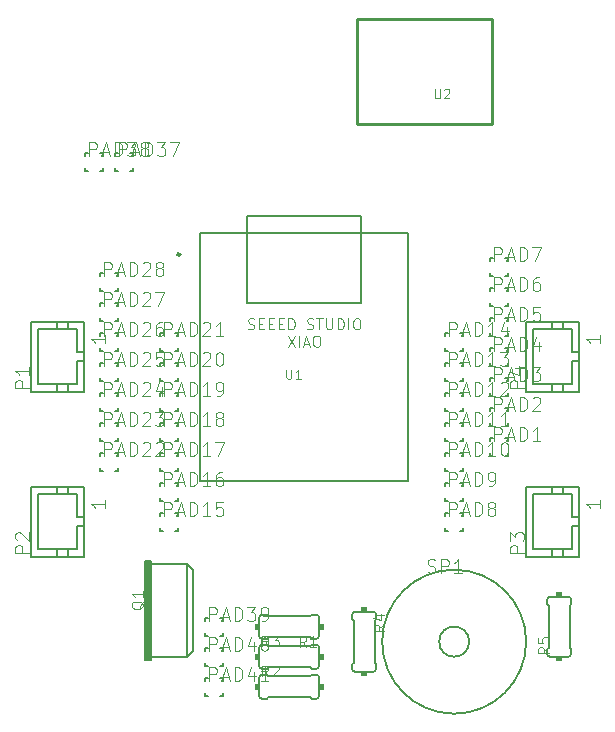
<source format=gbr>
%TF.GenerationSoftware,KiCad,Pcbnew,(6.0.8)*%
%TF.CreationDate,2023-05-05T16:47:41-05:00*%
%TF.ProjectId,MSoRo_v4.0_big_mode_RSC,4d536f52-6f5f-4763-942e-305f6269675f,rev?*%
%TF.SameCoordinates,Original*%
%TF.FileFunction,Legend,Top*%
%TF.FilePolarity,Positive*%
%FSLAX46Y46*%
G04 Gerber Fmt 4.6, Leading zero omitted, Abs format (unit mm)*
G04 Created by KiCad (PCBNEW (6.0.8)) date 2023-05-05 16:47:41*
%MOMM*%
%LPD*%
G01*
G04 APERTURE LIST*
%ADD10C,0.150000*%
%ADD11C,0.114300*%
%ADD12C,0.093878*%
%ADD13C,0.080000*%
%ADD14C,0.087033*%
%ADD15C,0.089154*%
%ADD16C,0.093472*%
%ADD17C,0.101600*%
%ADD18C,0.074778*%
%ADD19C,0.152400*%
%ADD20C,0.254000*%
%ADD21C,0.127000*%
G04 APERTURE END LIST*
D10*
%TO.C,@HOLE0*%
%TO.C,@HOLE1*%
%TO.C,@HOLE2*%
%TO.C,@HOLE3*%
D11*
%TO.C,PAD1*%
X164598561Y-106415416D02*
X164598561Y-105259716D01*
X165038828Y-105259716D01*
X165148895Y-105314750D01*
X165203928Y-105369783D01*
X165258961Y-105479850D01*
X165258961Y-105644950D01*
X165203928Y-105755016D01*
X165148895Y-105810050D01*
X165038828Y-105865083D01*
X164598561Y-105865083D01*
X165699228Y-106085216D02*
X166249561Y-106085216D01*
X165589161Y-106415416D02*
X165974395Y-105259716D01*
X166359628Y-106415416D01*
X166744861Y-106415416D02*
X166744861Y-105259716D01*
X167020028Y-105259716D01*
X167185128Y-105314750D01*
X167295195Y-105424816D01*
X167350228Y-105534883D01*
X167405261Y-105755016D01*
X167405261Y-105920116D01*
X167350228Y-106140250D01*
X167295195Y-106250316D01*
X167185128Y-106360383D01*
X167020028Y-106415416D01*
X166744861Y-106415416D01*
X168505928Y-106415416D02*
X167845528Y-106415416D01*
X168175728Y-106415416D02*
X168175728Y-105259716D01*
X168065661Y-105424816D01*
X167955595Y-105534883D01*
X167845528Y-105589916D01*
%TO.C,PAD10*%
X160788561Y-107685416D02*
X160788561Y-106529716D01*
X161228828Y-106529716D01*
X161338895Y-106584750D01*
X161393928Y-106639783D01*
X161448961Y-106749850D01*
X161448961Y-106914950D01*
X161393928Y-107025016D01*
X161338895Y-107080050D01*
X161228828Y-107135083D01*
X160788561Y-107135083D01*
X161889228Y-107355216D02*
X162439561Y-107355216D01*
X161779161Y-107685416D02*
X162164395Y-106529716D01*
X162549628Y-107685416D01*
X162934861Y-107685416D02*
X162934861Y-106529716D01*
X163210028Y-106529716D01*
X163375128Y-106584750D01*
X163485195Y-106694816D01*
X163540228Y-106804883D01*
X163595261Y-107025016D01*
X163595261Y-107190116D01*
X163540228Y-107410250D01*
X163485195Y-107520316D01*
X163375128Y-107630383D01*
X163210028Y-107685416D01*
X162934861Y-107685416D01*
X164695928Y-107685416D02*
X164035528Y-107685416D01*
X164365728Y-107685416D02*
X164365728Y-106529716D01*
X164255661Y-106694816D01*
X164145595Y-106804883D01*
X164035528Y-106859916D01*
X165411361Y-106529716D02*
X165521428Y-106529716D01*
X165631495Y-106584750D01*
X165686528Y-106639783D01*
X165741561Y-106749850D01*
X165796595Y-106969983D01*
X165796595Y-107245150D01*
X165741561Y-107465283D01*
X165686528Y-107575350D01*
X165631495Y-107630383D01*
X165521428Y-107685416D01*
X165411361Y-107685416D01*
X165301295Y-107630383D01*
X165246261Y-107575350D01*
X165191228Y-107465283D01*
X165136195Y-107245150D01*
X165136195Y-106969983D01*
X165191228Y-106749850D01*
X165246261Y-106639783D01*
X165301295Y-106584750D01*
X165411361Y-106529716D01*
%TO.C,PAD11*%
X160788561Y-105145416D02*
X160788561Y-103989716D01*
X161228828Y-103989716D01*
X161338895Y-104044750D01*
X161393928Y-104099783D01*
X161448961Y-104209850D01*
X161448961Y-104374950D01*
X161393928Y-104485016D01*
X161338895Y-104540050D01*
X161228828Y-104595083D01*
X160788561Y-104595083D01*
X161889228Y-104815216D02*
X162439561Y-104815216D01*
X161779161Y-105145416D02*
X162164395Y-103989716D01*
X162549628Y-105145416D01*
X162934861Y-105145416D02*
X162934861Y-103989716D01*
X163210028Y-103989716D01*
X163375128Y-104044750D01*
X163485195Y-104154816D01*
X163540228Y-104264883D01*
X163595261Y-104485016D01*
X163595261Y-104650116D01*
X163540228Y-104870250D01*
X163485195Y-104980316D01*
X163375128Y-105090383D01*
X163210028Y-105145416D01*
X162934861Y-105145416D01*
X164695928Y-105145416D02*
X164035528Y-105145416D01*
X164365728Y-105145416D02*
X164365728Y-103989716D01*
X164255661Y-104154816D01*
X164145595Y-104264883D01*
X164035528Y-104319916D01*
X165796595Y-105145416D02*
X165136195Y-105145416D01*
X165466395Y-105145416D02*
X165466395Y-103989716D01*
X165356328Y-104154816D01*
X165246261Y-104264883D01*
X165136195Y-104319916D01*
%TO.C,PAD12*%
X160788561Y-102605416D02*
X160788561Y-101449716D01*
X161228828Y-101449716D01*
X161338895Y-101504750D01*
X161393928Y-101559783D01*
X161448961Y-101669850D01*
X161448961Y-101834950D01*
X161393928Y-101945016D01*
X161338895Y-102000050D01*
X161228828Y-102055083D01*
X160788561Y-102055083D01*
X161889228Y-102275216D02*
X162439561Y-102275216D01*
X161779161Y-102605416D02*
X162164395Y-101449716D01*
X162549628Y-102605416D01*
X162934861Y-102605416D02*
X162934861Y-101449716D01*
X163210028Y-101449716D01*
X163375128Y-101504750D01*
X163485195Y-101614816D01*
X163540228Y-101724883D01*
X163595261Y-101945016D01*
X163595261Y-102110116D01*
X163540228Y-102330250D01*
X163485195Y-102440316D01*
X163375128Y-102550383D01*
X163210028Y-102605416D01*
X162934861Y-102605416D01*
X164695928Y-102605416D02*
X164035528Y-102605416D01*
X164365728Y-102605416D02*
X164365728Y-101449716D01*
X164255661Y-101614816D01*
X164145595Y-101724883D01*
X164035528Y-101779916D01*
X165136195Y-101559783D02*
X165191228Y-101504750D01*
X165301295Y-101449716D01*
X165576461Y-101449716D01*
X165686528Y-101504750D01*
X165741561Y-101559783D01*
X165796595Y-101669850D01*
X165796595Y-101779916D01*
X165741561Y-101945016D01*
X165081161Y-102605416D01*
X165796595Y-102605416D01*
%TO.C,PAD13*%
X160788561Y-100065416D02*
X160788561Y-98909716D01*
X161228828Y-98909716D01*
X161338895Y-98964750D01*
X161393928Y-99019783D01*
X161448961Y-99129850D01*
X161448961Y-99294950D01*
X161393928Y-99405016D01*
X161338895Y-99460050D01*
X161228828Y-99515083D01*
X160788561Y-99515083D01*
X161889228Y-99735216D02*
X162439561Y-99735216D01*
X161779161Y-100065416D02*
X162164395Y-98909716D01*
X162549628Y-100065416D01*
X162934861Y-100065416D02*
X162934861Y-98909716D01*
X163210028Y-98909716D01*
X163375128Y-98964750D01*
X163485195Y-99074816D01*
X163540228Y-99184883D01*
X163595261Y-99405016D01*
X163595261Y-99570116D01*
X163540228Y-99790250D01*
X163485195Y-99900316D01*
X163375128Y-100010383D01*
X163210028Y-100065416D01*
X162934861Y-100065416D01*
X164695928Y-100065416D02*
X164035528Y-100065416D01*
X164365728Y-100065416D02*
X164365728Y-98909716D01*
X164255661Y-99074816D01*
X164145595Y-99184883D01*
X164035528Y-99239916D01*
X165081161Y-98909716D02*
X165796595Y-98909716D01*
X165411361Y-99349983D01*
X165576461Y-99349983D01*
X165686528Y-99405016D01*
X165741561Y-99460050D01*
X165796595Y-99570116D01*
X165796595Y-99845283D01*
X165741561Y-99955350D01*
X165686528Y-100010383D01*
X165576461Y-100065416D01*
X165246261Y-100065416D01*
X165136195Y-100010383D01*
X165081161Y-99955350D01*
%TO.C,PAD14*%
X160788561Y-97525416D02*
X160788561Y-96369716D01*
X161228828Y-96369716D01*
X161338895Y-96424750D01*
X161393928Y-96479783D01*
X161448961Y-96589850D01*
X161448961Y-96754950D01*
X161393928Y-96865016D01*
X161338895Y-96920050D01*
X161228828Y-96975083D01*
X160788561Y-96975083D01*
X161889228Y-97195216D02*
X162439561Y-97195216D01*
X161779161Y-97525416D02*
X162164395Y-96369716D01*
X162549628Y-97525416D01*
X162934861Y-97525416D02*
X162934861Y-96369716D01*
X163210028Y-96369716D01*
X163375128Y-96424750D01*
X163485195Y-96534816D01*
X163540228Y-96644883D01*
X163595261Y-96865016D01*
X163595261Y-97030116D01*
X163540228Y-97250250D01*
X163485195Y-97360316D01*
X163375128Y-97470383D01*
X163210028Y-97525416D01*
X162934861Y-97525416D01*
X164695928Y-97525416D02*
X164035528Y-97525416D01*
X164365728Y-97525416D02*
X164365728Y-96369716D01*
X164255661Y-96534816D01*
X164145595Y-96644883D01*
X164035528Y-96699916D01*
X165686528Y-96754950D02*
X165686528Y-97525416D01*
X165411361Y-96314683D02*
X165136195Y-97140183D01*
X165851628Y-97140183D01*
%TO.C,PAD15*%
X136658561Y-112765416D02*
X136658561Y-111609716D01*
X137098828Y-111609716D01*
X137208895Y-111664750D01*
X137263928Y-111719783D01*
X137318961Y-111829850D01*
X137318961Y-111994950D01*
X137263928Y-112105016D01*
X137208895Y-112160050D01*
X137098828Y-112215083D01*
X136658561Y-112215083D01*
X137759228Y-112435216D02*
X138309561Y-112435216D01*
X137649161Y-112765416D02*
X138034395Y-111609716D01*
X138419628Y-112765416D01*
X138804861Y-112765416D02*
X138804861Y-111609716D01*
X139080028Y-111609716D01*
X139245128Y-111664750D01*
X139355195Y-111774816D01*
X139410228Y-111884883D01*
X139465261Y-112105016D01*
X139465261Y-112270116D01*
X139410228Y-112490250D01*
X139355195Y-112600316D01*
X139245128Y-112710383D01*
X139080028Y-112765416D01*
X138804861Y-112765416D01*
X140565928Y-112765416D02*
X139905528Y-112765416D01*
X140235728Y-112765416D02*
X140235728Y-111609716D01*
X140125661Y-111774816D01*
X140015595Y-111884883D01*
X139905528Y-111939916D01*
X141611561Y-111609716D02*
X141061228Y-111609716D01*
X141006195Y-112160050D01*
X141061228Y-112105016D01*
X141171295Y-112049983D01*
X141446461Y-112049983D01*
X141556528Y-112105016D01*
X141611561Y-112160050D01*
X141666595Y-112270116D01*
X141666595Y-112545283D01*
X141611561Y-112655350D01*
X141556528Y-112710383D01*
X141446461Y-112765416D01*
X141171295Y-112765416D01*
X141061228Y-112710383D01*
X141006195Y-112655350D01*
%TO.C,PAD16*%
X136658561Y-110225416D02*
X136658561Y-109069716D01*
X137098828Y-109069716D01*
X137208895Y-109124750D01*
X137263928Y-109179783D01*
X137318961Y-109289850D01*
X137318961Y-109454950D01*
X137263928Y-109565016D01*
X137208895Y-109620050D01*
X137098828Y-109675083D01*
X136658561Y-109675083D01*
X137759228Y-109895216D02*
X138309561Y-109895216D01*
X137649161Y-110225416D02*
X138034395Y-109069716D01*
X138419628Y-110225416D01*
X138804861Y-110225416D02*
X138804861Y-109069716D01*
X139080028Y-109069716D01*
X139245128Y-109124750D01*
X139355195Y-109234816D01*
X139410228Y-109344883D01*
X139465261Y-109565016D01*
X139465261Y-109730116D01*
X139410228Y-109950250D01*
X139355195Y-110060316D01*
X139245128Y-110170383D01*
X139080028Y-110225416D01*
X138804861Y-110225416D01*
X140565928Y-110225416D02*
X139905528Y-110225416D01*
X140235728Y-110225416D02*
X140235728Y-109069716D01*
X140125661Y-109234816D01*
X140015595Y-109344883D01*
X139905528Y-109399916D01*
X141556528Y-109069716D02*
X141336395Y-109069716D01*
X141226328Y-109124750D01*
X141171295Y-109179783D01*
X141061228Y-109344883D01*
X141006195Y-109565016D01*
X141006195Y-110005283D01*
X141061228Y-110115350D01*
X141116261Y-110170383D01*
X141226328Y-110225416D01*
X141446461Y-110225416D01*
X141556528Y-110170383D01*
X141611561Y-110115350D01*
X141666595Y-110005283D01*
X141666595Y-109730116D01*
X141611561Y-109620050D01*
X141556528Y-109565016D01*
X141446461Y-109509983D01*
X141226328Y-109509983D01*
X141116261Y-109565016D01*
X141061228Y-109620050D01*
X141006195Y-109730116D01*
%TO.C,PAD17*%
X136658561Y-107685416D02*
X136658561Y-106529716D01*
X137098828Y-106529716D01*
X137208895Y-106584750D01*
X137263928Y-106639783D01*
X137318961Y-106749850D01*
X137318961Y-106914950D01*
X137263928Y-107025016D01*
X137208895Y-107080050D01*
X137098828Y-107135083D01*
X136658561Y-107135083D01*
X137759228Y-107355216D02*
X138309561Y-107355216D01*
X137649161Y-107685416D02*
X138034395Y-106529716D01*
X138419628Y-107685416D01*
X138804861Y-107685416D02*
X138804861Y-106529716D01*
X139080028Y-106529716D01*
X139245128Y-106584750D01*
X139355195Y-106694816D01*
X139410228Y-106804883D01*
X139465261Y-107025016D01*
X139465261Y-107190116D01*
X139410228Y-107410250D01*
X139355195Y-107520316D01*
X139245128Y-107630383D01*
X139080028Y-107685416D01*
X138804861Y-107685416D01*
X140565928Y-107685416D02*
X139905528Y-107685416D01*
X140235728Y-107685416D02*
X140235728Y-106529716D01*
X140125661Y-106694816D01*
X140015595Y-106804883D01*
X139905528Y-106859916D01*
X140951161Y-106529716D02*
X141721628Y-106529716D01*
X141226328Y-107685416D01*
%TO.C,PAD18*%
X136658561Y-105145416D02*
X136658561Y-103989716D01*
X137098828Y-103989716D01*
X137208895Y-104044750D01*
X137263928Y-104099783D01*
X137318961Y-104209850D01*
X137318961Y-104374950D01*
X137263928Y-104485016D01*
X137208895Y-104540050D01*
X137098828Y-104595083D01*
X136658561Y-104595083D01*
X137759228Y-104815216D02*
X138309561Y-104815216D01*
X137649161Y-105145416D02*
X138034395Y-103989716D01*
X138419628Y-105145416D01*
X138804861Y-105145416D02*
X138804861Y-103989716D01*
X139080028Y-103989716D01*
X139245128Y-104044750D01*
X139355195Y-104154816D01*
X139410228Y-104264883D01*
X139465261Y-104485016D01*
X139465261Y-104650116D01*
X139410228Y-104870250D01*
X139355195Y-104980316D01*
X139245128Y-105090383D01*
X139080028Y-105145416D01*
X138804861Y-105145416D01*
X140565928Y-105145416D02*
X139905528Y-105145416D01*
X140235728Y-105145416D02*
X140235728Y-103989716D01*
X140125661Y-104154816D01*
X140015595Y-104264883D01*
X139905528Y-104319916D01*
X141226328Y-104485016D02*
X141116261Y-104429983D01*
X141061228Y-104374950D01*
X141006195Y-104264883D01*
X141006195Y-104209850D01*
X141061228Y-104099783D01*
X141116261Y-104044750D01*
X141226328Y-103989716D01*
X141446461Y-103989716D01*
X141556528Y-104044750D01*
X141611561Y-104099783D01*
X141666595Y-104209850D01*
X141666595Y-104264883D01*
X141611561Y-104374950D01*
X141556528Y-104429983D01*
X141446461Y-104485016D01*
X141226328Y-104485016D01*
X141116261Y-104540050D01*
X141061228Y-104595083D01*
X141006195Y-104705150D01*
X141006195Y-104925283D01*
X141061228Y-105035350D01*
X141116261Y-105090383D01*
X141226328Y-105145416D01*
X141446461Y-105145416D01*
X141556528Y-105090383D01*
X141611561Y-105035350D01*
X141666595Y-104925283D01*
X141666595Y-104705150D01*
X141611561Y-104595083D01*
X141556528Y-104540050D01*
X141446461Y-104485016D01*
%TO.C,PAD19*%
X136658561Y-102605416D02*
X136658561Y-101449716D01*
X137098828Y-101449716D01*
X137208895Y-101504750D01*
X137263928Y-101559783D01*
X137318961Y-101669850D01*
X137318961Y-101834950D01*
X137263928Y-101945016D01*
X137208895Y-102000050D01*
X137098828Y-102055083D01*
X136658561Y-102055083D01*
X137759228Y-102275216D02*
X138309561Y-102275216D01*
X137649161Y-102605416D02*
X138034395Y-101449716D01*
X138419628Y-102605416D01*
X138804861Y-102605416D02*
X138804861Y-101449716D01*
X139080028Y-101449716D01*
X139245128Y-101504750D01*
X139355195Y-101614816D01*
X139410228Y-101724883D01*
X139465261Y-101945016D01*
X139465261Y-102110116D01*
X139410228Y-102330250D01*
X139355195Y-102440316D01*
X139245128Y-102550383D01*
X139080028Y-102605416D01*
X138804861Y-102605416D01*
X140565928Y-102605416D02*
X139905528Y-102605416D01*
X140235728Y-102605416D02*
X140235728Y-101449716D01*
X140125661Y-101614816D01*
X140015595Y-101724883D01*
X139905528Y-101779916D01*
X141116261Y-102605416D02*
X141336395Y-102605416D01*
X141446461Y-102550383D01*
X141501495Y-102495350D01*
X141611561Y-102330250D01*
X141666595Y-102110116D01*
X141666595Y-101669850D01*
X141611561Y-101559783D01*
X141556528Y-101504750D01*
X141446461Y-101449716D01*
X141226328Y-101449716D01*
X141116261Y-101504750D01*
X141061228Y-101559783D01*
X141006195Y-101669850D01*
X141006195Y-101945016D01*
X141061228Y-102055083D01*
X141116261Y-102110116D01*
X141226328Y-102165150D01*
X141446461Y-102165150D01*
X141556528Y-102110116D01*
X141611561Y-102055083D01*
X141666595Y-101945016D01*
%TO.C,PAD2*%
X164598561Y-103875416D02*
X164598561Y-102719716D01*
X165038828Y-102719716D01*
X165148895Y-102774750D01*
X165203928Y-102829783D01*
X165258961Y-102939850D01*
X165258961Y-103104950D01*
X165203928Y-103215016D01*
X165148895Y-103270050D01*
X165038828Y-103325083D01*
X164598561Y-103325083D01*
X165699228Y-103545216D02*
X166249561Y-103545216D01*
X165589161Y-103875416D02*
X165974395Y-102719716D01*
X166359628Y-103875416D01*
X166744861Y-103875416D02*
X166744861Y-102719716D01*
X167020028Y-102719716D01*
X167185128Y-102774750D01*
X167295195Y-102884816D01*
X167350228Y-102994883D01*
X167405261Y-103215016D01*
X167405261Y-103380116D01*
X167350228Y-103600250D01*
X167295195Y-103710316D01*
X167185128Y-103820383D01*
X167020028Y-103875416D01*
X166744861Y-103875416D01*
X167845528Y-102829783D02*
X167900561Y-102774750D01*
X168010628Y-102719716D01*
X168285795Y-102719716D01*
X168395861Y-102774750D01*
X168450895Y-102829783D01*
X168505928Y-102939850D01*
X168505928Y-103049916D01*
X168450895Y-103215016D01*
X167790495Y-103875416D01*
X168505928Y-103875416D01*
%TO.C,PAD20*%
X136658561Y-100065416D02*
X136658561Y-98909716D01*
X137098828Y-98909716D01*
X137208895Y-98964750D01*
X137263928Y-99019783D01*
X137318961Y-99129850D01*
X137318961Y-99294950D01*
X137263928Y-99405016D01*
X137208895Y-99460050D01*
X137098828Y-99515083D01*
X136658561Y-99515083D01*
X137759228Y-99735216D02*
X138309561Y-99735216D01*
X137649161Y-100065416D02*
X138034395Y-98909716D01*
X138419628Y-100065416D01*
X138804861Y-100065416D02*
X138804861Y-98909716D01*
X139080028Y-98909716D01*
X139245128Y-98964750D01*
X139355195Y-99074816D01*
X139410228Y-99184883D01*
X139465261Y-99405016D01*
X139465261Y-99570116D01*
X139410228Y-99790250D01*
X139355195Y-99900316D01*
X139245128Y-100010383D01*
X139080028Y-100065416D01*
X138804861Y-100065416D01*
X139905528Y-99019783D02*
X139960561Y-98964750D01*
X140070628Y-98909716D01*
X140345795Y-98909716D01*
X140455861Y-98964750D01*
X140510895Y-99019783D01*
X140565928Y-99129850D01*
X140565928Y-99239916D01*
X140510895Y-99405016D01*
X139850495Y-100065416D01*
X140565928Y-100065416D01*
X141281361Y-98909716D02*
X141391428Y-98909716D01*
X141501495Y-98964750D01*
X141556528Y-99019783D01*
X141611561Y-99129850D01*
X141666595Y-99349983D01*
X141666595Y-99625150D01*
X141611561Y-99845283D01*
X141556528Y-99955350D01*
X141501495Y-100010383D01*
X141391428Y-100065416D01*
X141281361Y-100065416D01*
X141171295Y-100010383D01*
X141116261Y-99955350D01*
X141061228Y-99845283D01*
X141006195Y-99625150D01*
X141006195Y-99349983D01*
X141061228Y-99129850D01*
X141116261Y-99019783D01*
X141171295Y-98964750D01*
X141281361Y-98909716D01*
%TO.C,PAD21*%
X136658561Y-97525416D02*
X136658561Y-96369716D01*
X137098828Y-96369716D01*
X137208895Y-96424750D01*
X137263928Y-96479783D01*
X137318961Y-96589850D01*
X137318961Y-96754950D01*
X137263928Y-96865016D01*
X137208895Y-96920050D01*
X137098828Y-96975083D01*
X136658561Y-96975083D01*
X137759228Y-97195216D02*
X138309561Y-97195216D01*
X137649161Y-97525416D02*
X138034395Y-96369716D01*
X138419628Y-97525416D01*
X138804861Y-97525416D02*
X138804861Y-96369716D01*
X139080028Y-96369716D01*
X139245128Y-96424750D01*
X139355195Y-96534816D01*
X139410228Y-96644883D01*
X139465261Y-96865016D01*
X139465261Y-97030116D01*
X139410228Y-97250250D01*
X139355195Y-97360316D01*
X139245128Y-97470383D01*
X139080028Y-97525416D01*
X138804861Y-97525416D01*
X139905528Y-96479783D02*
X139960561Y-96424750D01*
X140070628Y-96369716D01*
X140345795Y-96369716D01*
X140455861Y-96424750D01*
X140510895Y-96479783D01*
X140565928Y-96589850D01*
X140565928Y-96699916D01*
X140510895Y-96865016D01*
X139850495Y-97525416D01*
X140565928Y-97525416D01*
X141666595Y-97525416D02*
X141006195Y-97525416D01*
X141336395Y-97525416D02*
X141336395Y-96369716D01*
X141226328Y-96534816D01*
X141116261Y-96644883D01*
X141006195Y-96699916D01*
%TO.C,PAD22*%
X131578561Y-107685416D02*
X131578561Y-106529716D01*
X132018828Y-106529716D01*
X132128895Y-106584750D01*
X132183928Y-106639783D01*
X132238961Y-106749850D01*
X132238961Y-106914950D01*
X132183928Y-107025016D01*
X132128895Y-107080050D01*
X132018828Y-107135083D01*
X131578561Y-107135083D01*
X132679228Y-107355216D02*
X133229561Y-107355216D01*
X132569161Y-107685416D02*
X132954395Y-106529716D01*
X133339628Y-107685416D01*
X133724861Y-107685416D02*
X133724861Y-106529716D01*
X134000028Y-106529716D01*
X134165128Y-106584750D01*
X134275195Y-106694816D01*
X134330228Y-106804883D01*
X134385261Y-107025016D01*
X134385261Y-107190116D01*
X134330228Y-107410250D01*
X134275195Y-107520316D01*
X134165128Y-107630383D01*
X134000028Y-107685416D01*
X133724861Y-107685416D01*
X134825528Y-106639783D02*
X134880561Y-106584750D01*
X134990628Y-106529716D01*
X135265795Y-106529716D01*
X135375861Y-106584750D01*
X135430895Y-106639783D01*
X135485928Y-106749850D01*
X135485928Y-106859916D01*
X135430895Y-107025016D01*
X134770495Y-107685416D01*
X135485928Y-107685416D01*
X135926195Y-106639783D02*
X135981228Y-106584750D01*
X136091295Y-106529716D01*
X136366461Y-106529716D01*
X136476528Y-106584750D01*
X136531561Y-106639783D01*
X136586595Y-106749850D01*
X136586595Y-106859916D01*
X136531561Y-107025016D01*
X135871161Y-107685416D01*
X136586595Y-107685416D01*
%TO.C,PAD23*%
X131578561Y-105145416D02*
X131578561Y-103989716D01*
X132018828Y-103989716D01*
X132128895Y-104044750D01*
X132183928Y-104099783D01*
X132238961Y-104209850D01*
X132238961Y-104374950D01*
X132183928Y-104485016D01*
X132128895Y-104540050D01*
X132018828Y-104595083D01*
X131578561Y-104595083D01*
X132679228Y-104815216D02*
X133229561Y-104815216D01*
X132569161Y-105145416D02*
X132954395Y-103989716D01*
X133339628Y-105145416D01*
X133724861Y-105145416D02*
X133724861Y-103989716D01*
X134000028Y-103989716D01*
X134165128Y-104044750D01*
X134275195Y-104154816D01*
X134330228Y-104264883D01*
X134385261Y-104485016D01*
X134385261Y-104650116D01*
X134330228Y-104870250D01*
X134275195Y-104980316D01*
X134165128Y-105090383D01*
X134000028Y-105145416D01*
X133724861Y-105145416D01*
X134825528Y-104099783D02*
X134880561Y-104044750D01*
X134990628Y-103989716D01*
X135265795Y-103989716D01*
X135375861Y-104044750D01*
X135430895Y-104099783D01*
X135485928Y-104209850D01*
X135485928Y-104319916D01*
X135430895Y-104485016D01*
X134770495Y-105145416D01*
X135485928Y-105145416D01*
X135871161Y-103989716D02*
X136586595Y-103989716D01*
X136201361Y-104429983D01*
X136366461Y-104429983D01*
X136476528Y-104485016D01*
X136531561Y-104540050D01*
X136586595Y-104650116D01*
X136586595Y-104925283D01*
X136531561Y-105035350D01*
X136476528Y-105090383D01*
X136366461Y-105145416D01*
X136036261Y-105145416D01*
X135926195Y-105090383D01*
X135871161Y-105035350D01*
%TO.C,PAD24*%
X131578561Y-102605416D02*
X131578561Y-101449716D01*
X132018828Y-101449716D01*
X132128895Y-101504750D01*
X132183928Y-101559783D01*
X132238961Y-101669850D01*
X132238961Y-101834950D01*
X132183928Y-101945016D01*
X132128895Y-102000050D01*
X132018828Y-102055083D01*
X131578561Y-102055083D01*
X132679228Y-102275216D02*
X133229561Y-102275216D01*
X132569161Y-102605416D02*
X132954395Y-101449716D01*
X133339628Y-102605416D01*
X133724861Y-102605416D02*
X133724861Y-101449716D01*
X134000028Y-101449716D01*
X134165128Y-101504750D01*
X134275195Y-101614816D01*
X134330228Y-101724883D01*
X134385261Y-101945016D01*
X134385261Y-102110116D01*
X134330228Y-102330250D01*
X134275195Y-102440316D01*
X134165128Y-102550383D01*
X134000028Y-102605416D01*
X133724861Y-102605416D01*
X134825528Y-101559783D02*
X134880561Y-101504750D01*
X134990628Y-101449716D01*
X135265795Y-101449716D01*
X135375861Y-101504750D01*
X135430895Y-101559783D01*
X135485928Y-101669850D01*
X135485928Y-101779916D01*
X135430895Y-101945016D01*
X134770495Y-102605416D01*
X135485928Y-102605416D01*
X136476528Y-101834950D02*
X136476528Y-102605416D01*
X136201361Y-101394683D02*
X135926195Y-102220183D01*
X136641628Y-102220183D01*
%TO.C,PAD25*%
X131578561Y-100065416D02*
X131578561Y-98909716D01*
X132018828Y-98909716D01*
X132128895Y-98964750D01*
X132183928Y-99019783D01*
X132238961Y-99129850D01*
X132238961Y-99294950D01*
X132183928Y-99405016D01*
X132128895Y-99460050D01*
X132018828Y-99515083D01*
X131578561Y-99515083D01*
X132679228Y-99735216D02*
X133229561Y-99735216D01*
X132569161Y-100065416D02*
X132954395Y-98909716D01*
X133339628Y-100065416D01*
X133724861Y-100065416D02*
X133724861Y-98909716D01*
X134000028Y-98909716D01*
X134165128Y-98964750D01*
X134275195Y-99074816D01*
X134330228Y-99184883D01*
X134385261Y-99405016D01*
X134385261Y-99570116D01*
X134330228Y-99790250D01*
X134275195Y-99900316D01*
X134165128Y-100010383D01*
X134000028Y-100065416D01*
X133724861Y-100065416D01*
X134825528Y-99019783D02*
X134880561Y-98964750D01*
X134990628Y-98909716D01*
X135265795Y-98909716D01*
X135375861Y-98964750D01*
X135430895Y-99019783D01*
X135485928Y-99129850D01*
X135485928Y-99239916D01*
X135430895Y-99405016D01*
X134770495Y-100065416D01*
X135485928Y-100065416D01*
X136531561Y-98909716D02*
X135981228Y-98909716D01*
X135926195Y-99460050D01*
X135981228Y-99405016D01*
X136091295Y-99349983D01*
X136366461Y-99349983D01*
X136476528Y-99405016D01*
X136531561Y-99460050D01*
X136586595Y-99570116D01*
X136586595Y-99845283D01*
X136531561Y-99955350D01*
X136476528Y-100010383D01*
X136366461Y-100065416D01*
X136091295Y-100065416D01*
X135981228Y-100010383D01*
X135926195Y-99955350D01*
%TO.C,PAD26*%
X131578561Y-97525416D02*
X131578561Y-96369716D01*
X132018828Y-96369716D01*
X132128895Y-96424750D01*
X132183928Y-96479783D01*
X132238961Y-96589850D01*
X132238961Y-96754950D01*
X132183928Y-96865016D01*
X132128895Y-96920050D01*
X132018828Y-96975083D01*
X131578561Y-96975083D01*
X132679228Y-97195216D02*
X133229561Y-97195216D01*
X132569161Y-97525416D02*
X132954395Y-96369716D01*
X133339628Y-97525416D01*
X133724861Y-97525416D02*
X133724861Y-96369716D01*
X134000028Y-96369716D01*
X134165128Y-96424750D01*
X134275195Y-96534816D01*
X134330228Y-96644883D01*
X134385261Y-96865016D01*
X134385261Y-97030116D01*
X134330228Y-97250250D01*
X134275195Y-97360316D01*
X134165128Y-97470383D01*
X134000028Y-97525416D01*
X133724861Y-97525416D01*
X134825528Y-96479783D02*
X134880561Y-96424750D01*
X134990628Y-96369716D01*
X135265795Y-96369716D01*
X135375861Y-96424750D01*
X135430895Y-96479783D01*
X135485928Y-96589850D01*
X135485928Y-96699916D01*
X135430895Y-96865016D01*
X134770495Y-97525416D01*
X135485928Y-97525416D01*
X136476528Y-96369716D02*
X136256395Y-96369716D01*
X136146328Y-96424750D01*
X136091295Y-96479783D01*
X135981228Y-96644883D01*
X135926195Y-96865016D01*
X135926195Y-97305283D01*
X135981228Y-97415350D01*
X136036261Y-97470383D01*
X136146328Y-97525416D01*
X136366461Y-97525416D01*
X136476528Y-97470383D01*
X136531561Y-97415350D01*
X136586595Y-97305283D01*
X136586595Y-97030116D01*
X136531561Y-96920050D01*
X136476528Y-96865016D01*
X136366461Y-96809983D01*
X136146328Y-96809983D01*
X136036261Y-96865016D01*
X135981228Y-96920050D01*
X135926195Y-97030116D01*
%TO.C,PAD27*%
X131578561Y-94985416D02*
X131578561Y-93829716D01*
X132018828Y-93829716D01*
X132128895Y-93884750D01*
X132183928Y-93939783D01*
X132238961Y-94049850D01*
X132238961Y-94214950D01*
X132183928Y-94325016D01*
X132128895Y-94380050D01*
X132018828Y-94435083D01*
X131578561Y-94435083D01*
X132679228Y-94655216D02*
X133229561Y-94655216D01*
X132569161Y-94985416D02*
X132954395Y-93829716D01*
X133339628Y-94985416D01*
X133724861Y-94985416D02*
X133724861Y-93829716D01*
X134000028Y-93829716D01*
X134165128Y-93884750D01*
X134275195Y-93994816D01*
X134330228Y-94104883D01*
X134385261Y-94325016D01*
X134385261Y-94490116D01*
X134330228Y-94710250D01*
X134275195Y-94820316D01*
X134165128Y-94930383D01*
X134000028Y-94985416D01*
X133724861Y-94985416D01*
X134825528Y-93939783D02*
X134880561Y-93884750D01*
X134990628Y-93829716D01*
X135265795Y-93829716D01*
X135375861Y-93884750D01*
X135430895Y-93939783D01*
X135485928Y-94049850D01*
X135485928Y-94159916D01*
X135430895Y-94325016D01*
X134770495Y-94985416D01*
X135485928Y-94985416D01*
X135871161Y-93829716D02*
X136641628Y-93829716D01*
X136146328Y-94985416D01*
%TO.C,PAD28*%
X131578561Y-92445416D02*
X131578561Y-91289716D01*
X132018828Y-91289716D01*
X132128895Y-91344750D01*
X132183928Y-91399783D01*
X132238961Y-91509850D01*
X132238961Y-91674950D01*
X132183928Y-91785016D01*
X132128895Y-91840050D01*
X132018828Y-91895083D01*
X131578561Y-91895083D01*
X132679228Y-92115216D02*
X133229561Y-92115216D01*
X132569161Y-92445416D02*
X132954395Y-91289716D01*
X133339628Y-92445416D01*
X133724861Y-92445416D02*
X133724861Y-91289716D01*
X134000028Y-91289716D01*
X134165128Y-91344750D01*
X134275195Y-91454816D01*
X134330228Y-91564883D01*
X134385261Y-91785016D01*
X134385261Y-91950116D01*
X134330228Y-92170250D01*
X134275195Y-92280316D01*
X134165128Y-92390383D01*
X134000028Y-92445416D01*
X133724861Y-92445416D01*
X134825528Y-91399783D02*
X134880561Y-91344750D01*
X134990628Y-91289716D01*
X135265795Y-91289716D01*
X135375861Y-91344750D01*
X135430895Y-91399783D01*
X135485928Y-91509850D01*
X135485928Y-91619916D01*
X135430895Y-91785016D01*
X134770495Y-92445416D01*
X135485928Y-92445416D01*
X136146328Y-91785016D02*
X136036261Y-91729983D01*
X135981228Y-91674950D01*
X135926195Y-91564883D01*
X135926195Y-91509850D01*
X135981228Y-91399783D01*
X136036261Y-91344750D01*
X136146328Y-91289716D01*
X136366461Y-91289716D01*
X136476528Y-91344750D01*
X136531561Y-91399783D01*
X136586595Y-91509850D01*
X136586595Y-91564883D01*
X136531561Y-91674950D01*
X136476528Y-91729983D01*
X136366461Y-91785016D01*
X136146328Y-91785016D01*
X136036261Y-91840050D01*
X135981228Y-91895083D01*
X135926195Y-92005150D01*
X135926195Y-92225283D01*
X135981228Y-92335350D01*
X136036261Y-92390383D01*
X136146328Y-92445416D01*
X136366461Y-92445416D01*
X136476528Y-92390383D01*
X136531561Y-92335350D01*
X136586595Y-92225283D01*
X136586595Y-92005150D01*
X136531561Y-91895083D01*
X136476528Y-91840050D01*
X136366461Y-91785016D01*
%TO.C,PAD3*%
X164598561Y-101335416D02*
X164598561Y-100179716D01*
X165038828Y-100179716D01*
X165148895Y-100234750D01*
X165203928Y-100289783D01*
X165258961Y-100399850D01*
X165258961Y-100564950D01*
X165203928Y-100675016D01*
X165148895Y-100730050D01*
X165038828Y-100785083D01*
X164598561Y-100785083D01*
X165699228Y-101005216D02*
X166249561Y-101005216D01*
X165589161Y-101335416D02*
X165974395Y-100179716D01*
X166359628Y-101335416D01*
X166744861Y-101335416D02*
X166744861Y-100179716D01*
X167020028Y-100179716D01*
X167185128Y-100234750D01*
X167295195Y-100344816D01*
X167350228Y-100454883D01*
X167405261Y-100675016D01*
X167405261Y-100840116D01*
X167350228Y-101060250D01*
X167295195Y-101170316D01*
X167185128Y-101280383D01*
X167020028Y-101335416D01*
X166744861Y-101335416D01*
X167790495Y-100179716D02*
X168505928Y-100179716D01*
X168120695Y-100619983D01*
X168285795Y-100619983D01*
X168395861Y-100675016D01*
X168450895Y-100730050D01*
X168505928Y-100840116D01*
X168505928Y-101115283D01*
X168450895Y-101225350D01*
X168395861Y-101280383D01*
X168285795Y-101335416D01*
X167955595Y-101335416D01*
X167845528Y-101280383D01*
X167790495Y-101225350D01*
%TO.C,PAD37*%
X132848561Y-82285416D02*
X132848561Y-81129716D01*
X133288828Y-81129716D01*
X133398895Y-81184750D01*
X133453928Y-81239783D01*
X133508961Y-81349850D01*
X133508961Y-81514950D01*
X133453928Y-81625016D01*
X133398895Y-81680050D01*
X133288828Y-81735083D01*
X132848561Y-81735083D01*
X133949228Y-81955216D02*
X134499561Y-81955216D01*
X133839161Y-82285416D02*
X134224395Y-81129716D01*
X134609628Y-82285416D01*
X134994861Y-82285416D02*
X134994861Y-81129716D01*
X135270028Y-81129716D01*
X135435128Y-81184750D01*
X135545195Y-81294816D01*
X135600228Y-81404883D01*
X135655261Y-81625016D01*
X135655261Y-81790116D01*
X135600228Y-82010250D01*
X135545195Y-82120316D01*
X135435128Y-82230383D01*
X135270028Y-82285416D01*
X134994861Y-82285416D01*
X136040495Y-81129716D02*
X136755928Y-81129716D01*
X136370695Y-81569983D01*
X136535795Y-81569983D01*
X136645861Y-81625016D01*
X136700895Y-81680050D01*
X136755928Y-81790116D01*
X136755928Y-82065283D01*
X136700895Y-82175350D01*
X136645861Y-82230383D01*
X136535795Y-82285416D01*
X136205595Y-82285416D01*
X136095528Y-82230383D01*
X136040495Y-82175350D01*
X137141161Y-81129716D02*
X137911628Y-81129716D01*
X137416328Y-82285416D01*
%TO.C,PAD38*%
X130308561Y-82285416D02*
X130308561Y-81129716D01*
X130748828Y-81129716D01*
X130858895Y-81184750D01*
X130913928Y-81239783D01*
X130968961Y-81349850D01*
X130968961Y-81514950D01*
X130913928Y-81625016D01*
X130858895Y-81680050D01*
X130748828Y-81735083D01*
X130308561Y-81735083D01*
X131409228Y-81955216D02*
X131959561Y-81955216D01*
X131299161Y-82285416D02*
X131684395Y-81129716D01*
X132069628Y-82285416D01*
X132454861Y-82285416D02*
X132454861Y-81129716D01*
X132730028Y-81129716D01*
X132895128Y-81184750D01*
X133005195Y-81294816D01*
X133060228Y-81404883D01*
X133115261Y-81625016D01*
X133115261Y-81790116D01*
X133060228Y-82010250D01*
X133005195Y-82120316D01*
X132895128Y-82230383D01*
X132730028Y-82285416D01*
X132454861Y-82285416D01*
X133500495Y-81129716D02*
X134215928Y-81129716D01*
X133830695Y-81569983D01*
X133995795Y-81569983D01*
X134105861Y-81625016D01*
X134160895Y-81680050D01*
X134215928Y-81790116D01*
X134215928Y-82065283D01*
X134160895Y-82175350D01*
X134105861Y-82230383D01*
X133995795Y-82285416D01*
X133665595Y-82285416D01*
X133555528Y-82230383D01*
X133500495Y-82175350D01*
X134876328Y-81625016D02*
X134766261Y-81569983D01*
X134711228Y-81514950D01*
X134656195Y-81404883D01*
X134656195Y-81349850D01*
X134711228Y-81239783D01*
X134766261Y-81184750D01*
X134876328Y-81129716D01*
X135096461Y-81129716D01*
X135206528Y-81184750D01*
X135261561Y-81239783D01*
X135316595Y-81349850D01*
X135316595Y-81404883D01*
X135261561Y-81514950D01*
X135206528Y-81569983D01*
X135096461Y-81625016D01*
X134876328Y-81625016D01*
X134766261Y-81680050D01*
X134711228Y-81735083D01*
X134656195Y-81845150D01*
X134656195Y-82065283D01*
X134711228Y-82175350D01*
X134766261Y-82230383D01*
X134876328Y-82285416D01*
X135096461Y-82285416D01*
X135206528Y-82230383D01*
X135261561Y-82175350D01*
X135316595Y-82065283D01*
X135316595Y-81845150D01*
X135261561Y-81735083D01*
X135206528Y-81680050D01*
X135096461Y-81625016D01*
%TO.C,PAD4*%
X164598561Y-98795416D02*
X164598561Y-97639716D01*
X165038828Y-97639716D01*
X165148895Y-97694750D01*
X165203928Y-97749783D01*
X165258961Y-97859850D01*
X165258961Y-98024950D01*
X165203928Y-98135016D01*
X165148895Y-98190050D01*
X165038828Y-98245083D01*
X164598561Y-98245083D01*
X165699228Y-98465216D02*
X166249561Y-98465216D01*
X165589161Y-98795416D02*
X165974395Y-97639716D01*
X166359628Y-98795416D01*
X166744861Y-98795416D02*
X166744861Y-97639716D01*
X167020028Y-97639716D01*
X167185128Y-97694750D01*
X167295195Y-97804816D01*
X167350228Y-97914883D01*
X167405261Y-98135016D01*
X167405261Y-98300116D01*
X167350228Y-98520250D01*
X167295195Y-98630316D01*
X167185128Y-98740383D01*
X167020028Y-98795416D01*
X166744861Y-98795416D01*
X168395861Y-98024950D02*
X168395861Y-98795416D01*
X168120695Y-97584683D02*
X167845528Y-98410183D01*
X168560961Y-98410183D01*
%TO.C,PAD5*%
X164598561Y-96255416D02*
X164598561Y-95099716D01*
X165038828Y-95099716D01*
X165148895Y-95154750D01*
X165203928Y-95209783D01*
X165258961Y-95319850D01*
X165258961Y-95484950D01*
X165203928Y-95595016D01*
X165148895Y-95650050D01*
X165038828Y-95705083D01*
X164598561Y-95705083D01*
X165699228Y-95925216D02*
X166249561Y-95925216D01*
X165589161Y-96255416D02*
X165974395Y-95099716D01*
X166359628Y-96255416D01*
X166744861Y-96255416D02*
X166744861Y-95099716D01*
X167020028Y-95099716D01*
X167185128Y-95154750D01*
X167295195Y-95264816D01*
X167350228Y-95374883D01*
X167405261Y-95595016D01*
X167405261Y-95760116D01*
X167350228Y-95980250D01*
X167295195Y-96090316D01*
X167185128Y-96200383D01*
X167020028Y-96255416D01*
X166744861Y-96255416D01*
X168450895Y-95099716D02*
X167900561Y-95099716D01*
X167845528Y-95650050D01*
X167900561Y-95595016D01*
X168010628Y-95539983D01*
X168285795Y-95539983D01*
X168395861Y-95595016D01*
X168450895Y-95650050D01*
X168505928Y-95760116D01*
X168505928Y-96035283D01*
X168450895Y-96145350D01*
X168395861Y-96200383D01*
X168285795Y-96255416D01*
X168010628Y-96255416D01*
X167900561Y-96200383D01*
X167845528Y-96145350D01*
%TO.C,PAD6*%
X164598561Y-93715416D02*
X164598561Y-92559716D01*
X165038828Y-92559716D01*
X165148895Y-92614750D01*
X165203928Y-92669783D01*
X165258961Y-92779850D01*
X165258961Y-92944950D01*
X165203928Y-93055016D01*
X165148895Y-93110050D01*
X165038828Y-93165083D01*
X164598561Y-93165083D01*
X165699228Y-93385216D02*
X166249561Y-93385216D01*
X165589161Y-93715416D02*
X165974395Y-92559716D01*
X166359628Y-93715416D01*
X166744861Y-93715416D02*
X166744861Y-92559716D01*
X167020028Y-92559716D01*
X167185128Y-92614750D01*
X167295195Y-92724816D01*
X167350228Y-92834883D01*
X167405261Y-93055016D01*
X167405261Y-93220116D01*
X167350228Y-93440250D01*
X167295195Y-93550316D01*
X167185128Y-93660383D01*
X167020028Y-93715416D01*
X166744861Y-93715416D01*
X168395861Y-92559716D02*
X168175728Y-92559716D01*
X168065661Y-92614750D01*
X168010628Y-92669783D01*
X167900561Y-92834883D01*
X167845528Y-93055016D01*
X167845528Y-93495283D01*
X167900561Y-93605350D01*
X167955595Y-93660383D01*
X168065661Y-93715416D01*
X168285795Y-93715416D01*
X168395861Y-93660383D01*
X168450895Y-93605350D01*
X168505928Y-93495283D01*
X168505928Y-93220116D01*
X168450895Y-93110050D01*
X168395861Y-93055016D01*
X168285795Y-92999983D01*
X168065661Y-92999983D01*
X167955595Y-93055016D01*
X167900561Y-93110050D01*
X167845528Y-93220116D01*
%TO.C,PAD7*%
X164598561Y-91175416D02*
X164598561Y-90019716D01*
X165038828Y-90019716D01*
X165148895Y-90074750D01*
X165203928Y-90129783D01*
X165258961Y-90239850D01*
X165258961Y-90404950D01*
X165203928Y-90515016D01*
X165148895Y-90570050D01*
X165038828Y-90625083D01*
X164598561Y-90625083D01*
X165699228Y-90845216D02*
X166249561Y-90845216D01*
X165589161Y-91175416D02*
X165974395Y-90019716D01*
X166359628Y-91175416D01*
X166744861Y-91175416D02*
X166744861Y-90019716D01*
X167020028Y-90019716D01*
X167185128Y-90074750D01*
X167295195Y-90184816D01*
X167350228Y-90294883D01*
X167405261Y-90515016D01*
X167405261Y-90680116D01*
X167350228Y-90900250D01*
X167295195Y-91010316D01*
X167185128Y-91120383D01*
X167020028Y-91175416D01*
X166744861Y-91175416D01*
X167790495Y-90019716D02*
X168560961Y-90019716D01*
X168065661Y-91175416D01*
%TO.C,PAD8*%
X160788561Y-112765416D02*
X160788561Y-111609716D01*
X161228828Y-111609716D01*
X161338895Y-111664750D01*
X161393928Y-111719783D01*
X161448961Y-111829850D01*
X161448961Y-111994950D01*
X161393928Y-112105016D01*
X161338895Y-112160050D01*
X161228828Y-112215083D01*
X160788561Y-112215083D01*
X161889228Y-112435216D02*
X162439561Y-112435216D01*
X161779161Y-112765416D02*
X162164395Y-111609716D01*
X162549628Y-112765416D01*
X162934861Y-112765416D02*
X162934861Y-111609716D01*
X163210028Y-111609716D01*
X163375128Y-111664750D01*
X163485195Y-111774816D01*
X163540228Y-111884883D01*
X163595261Y-112105016D01*
X163595261Y-112270116D01*
X163540228Y-112490250D01*
X163485195Y-112600316D01*
X163375128Y-112710383D01*
X163210028Y-112765416D01*
X162934861Y-112765416D01*
X164255661Y-112105016D02*
X164145595Y-112049983D01*
X164090561Y-111994950D01*
X164035528Y-111884883D01*
X164035528Y-111829850D01*
X164090561Y-111719783D01*
X164145595Y-111664750D01*
X164255661Y-111609716D01*
X164475795Y-111609716D01*
X164585861Y-111664750D01*
X164640895Y-111719783D01*
X164695928Y-111829850D01*
X164695928Y-111884883D01*
X164640895Y-111994950D01*
X164585861Y-112049983D01*
X164475795Y-112105016D01*
X164255661Y-112105016D01*
X164145595Y-112160050D01*
X164090561Y-112215083D01*
X164035528Y-112325150D01*
X164035528Y-112545283D01*
X164090561Y-112655350D01*
X164145595Y-112710383D01*
X164255661Y-112765416D01*
X164475795Y-112765416D01*
X164585861Y-112710383D01*
X164640895Y-112655350D01*
X164695928Y-112545283D01*
X164695928Y-112325150D01*
X164640895Y-112215083D01*
X164585861Y-112160050D01*
X164475795Y-112105016D01*
%TO.C,PAD9*%
X160788561Y-110225416D02*
X160788561Y-109069716D01*
X161228828Y-109069716D01*
X161338895Y-109124750D01*
X161393928Y-109179783D01*
X161448961Y-109289850D01*
X161448961Y-109454950D01*
X161393928Y-109565016D01*
X161338895Y-109620050D01*
X161228828Y-109675083D01*
X160788561Y-109675083D01*
X161889228Y-109895216D02*
X162439561Y-109895216D01*
X161779161Y-110225416D02*
X162164395Y-109069716D01*
X162549628Y-110225416D01*
X162934861Y-110225416D02*
X162934861Y-109069716D01*
X163210028Y-109069716D01*
X163375128Y-109124750D01*
X163485195Y-109234816D01*
X163540228Y-109344883D01*
X163595261Y-109565016D01*
X163595261Y-109730116D01*
X163540228Y-109950250D01*
X163485195Y-110060316D01*
X163375128Y-110170383D01*
X163210028Y-110225416D01*
X162934861Y-110225416D01*
X164145595Y-110225416D02*
X164365728Y-110225416D01*
X164475795Y-110170383D01*
X164530828Y-110115350D01*
X164640895Y-109950250D01*
X164695928Y-109730116D01*
X164695928Y-109289850D01*
X164640895Y-109179783D01*
X164585861Y-109124750D01*
X164475795Y-109069716D01*
X164255661Y-109069716D01*
X164145595Y-109124750D01*
X164090561Y-109179783D01*
X164035528Y-109289850D01*
X164035528Y-109565016D01*
X164090561Y-109675083D01*
X164145595Y-109730116D01*
X164255661Y-109785150D01*
X164475795Y-109785150D01*
X164585861Y-109730116D01*
X164640895Y-109675083D01*
X164695928Y-109565016D01*
D12*
%TO.C,U1*%
X146973435Y-100377176D02*
X146973435Y-101020846D01*
X147011298Y-101096572D01*
X147049161Y-101134435D01*
X147124887Y-101172298D01*
X147276339Y-101172298D01*
X147352064Y-101134435D01*
X147389927Y-101096572D01*
X147427790Y-101020846D01*
X147427790Y-100377176D01*
X148222912Y-101172298D02*
X147768557Y-101172298D01*
X147995735Y-101172298D02*
X147995735Y-100377176D01*
X147920009Y-100490764D01*
X147844283Y-100566490D01*
X147768557Y-100604353D01*
D13*
X143747766Y-96920380D02*
X143879195Y-96964190D01*
X144098242Y-96964190D01*
X144185861Y-96920380D01*
X144229671Y-96876571D01*
X144273480Y-96788952D01*
X144273480Y-96701333D01*
X144229671Y-96613714D01*
X144185861Y-96569904D01*
X144098242Y-96526095D01*
X143923004Y-96482285D01*
X143835385Y-96438476D01*
X143791576Y-96394666D01*
X143747766Y-96307047D01*
X143747766Y-96219428D01*
X143791576Y-96131809D01*
X143835385Y-96088000D01*
X143923004Y-96044190D01*
X144142052Y-96044190D01*
X144273480Y-96088000D01*
X144667766Y-96482285D02*
X144974433Y-96482285D01*
X145105861Y-96964190D02*
X144667766Y-96964190D01*
X144667766Y-96044190D01*
X145105861Y-96044190D01*
X145500147Y-96482285D02*
X145806814Y-96482285D01*
X145938242Y-96964190D02*
X145500147Y-96964190D01*
X145500147Y-96044190D01*
X145938242Y-96044190D01*
X146332528Y-96482285D02*
X146639195Y-96482285D01*
X146770623Y-96964190D02*
X146332528Y-96964190D01*
X146332528Y-96044190D01*
X146770623Y-96044190D01*
X147164909Y-96964190D02*
X147164909Y-96044190D01*
X147383957Y-96044190D01*
X147515385Y-96088000D01*
X147603004Y-96175619D01*
X147646814Y-96263238D01*
X147690623Y-96438476D01*
X147690623Y-96569904D01*
X147646814Y-96745142D01*
X147603004Y-96832761D01*
X147515385Y-96920380D01*
X147383957Y-96964190D01*
X147164909Y-96964190D01*
X148742052Y-96920380D02*
X148873480Y-96964190D01*
X149092528Y-96964190D01*
X149180147Y-96920380D01*
X149223957Y-96876571D01*
X149267766Y-96788952D01*
X149267766Y-96701333D01*
X149223957Y-96613714D01*
X149180147Y-96569904D01*
X149092528Y-96526095D01*
X148917290Y-96482285D01*
X148829671Y-96438476D01*
X148785861Y-96394666D01*
X148742052Y-96307047D01*
X148742052Y-96219428D01*
X148785861Y-96131809D01*
X148829671Y-96088000D01*
X148917290Y-96044190D01*
X149136338Y-96044190D01*
X149267766Y-96088000D01*
X149530623Y-96044190D02*
X150056338Y-96044190D01*
X149793480Y-96964190D02*
X149793480Y-96044190D01*
X150363004Y-96044190D02*
X150363004Y-96788952D01*
X150406814Y-96876571D01*
X150450623Y-96920380D01*
X150538242Y-96964190D01*
X150713480Y-96964190D01*
X150801100Y-96920380D01*
X150844909Y-96876571D01*
X150888719Y-96788952D01*
X150888719Y-96044190D01*
X151326814Y-96964190D02*
X151326814Y-96044190D01*
X151545861Y-96044190D01*
X151677290Y-96088000D01*
X151764909Y-96175619D01*
X151808719Y-96263238D01*
X151852528Y-96438476D01*
X151852528Y-96569904D01*
X151808719Y-96745142D01*
X151764909Y-96832761D01*
X151677290Y-96920380D01*
X151545861Y-96964190D01*
X151326814Y-96964190D01*
X152246814Y-96964190D02*
X152246814Y-96044190D01*
X152860147Y-96044190D02*
X153035385Y-96044190D01*
X153123004Y-96088000D01*
X153210623Y-96175619D01*
X153254433Y-96350857D01*
X153254433Y-96657523D01*
X153210623Y-96832761D01*
X153123004Y-96920380D01*
X153035385Y-96964190D01*
X152860147Y-96964190D01*
X152772528Y-96920380D01*
X152684909Y-96832761D01*
X152641100Y-96657523D01*
X152641100Y-96350857D01*
X152684909Y-96175619D01*
X152772528Y-96088000D01*
X152860147Y-96044190D01*
X147099195Y-97525390D02*
X147712528Y-98445390D01*
X147712528Y-97525390D02*
X147099195Y-98445390D01*
X148063004Y-98445390D02*
X148063004Y-97525390D01*
X148457290Y-98182533D02*
X148895385Y-98182533D01*
X148369671Y-98445390D02*
X148676338Y-97525390D01*
X148983004Y-98445390D01*
X149464909Y-97525390D02*
X149640147Y-97525390D01*
X149727766Y-97569200D01*
X149815385Y-97656819D01*
X149859195Y-97832057D01*
X149859195Y-98138723D01*
X149815385Y-98313961D01*
X149727766Y-98401580D01*
X149640147Y-98445390D01*
X149464909Y-98445390D01*
X149377290Y-98401580D01*
X149289671Y-98313961D01*
X149245861Y-98138723D01*
X149245861Y-97832057D01*
X149289671Y-97656819D01*
X149377290Y-97569200D01*
X149464909Y-97525390D01*
D14*
%TO.C,U2*%
X159543615Y-76624427D02*
X159543615Y-77273638D01*
X159581804Y-77350016D01*
X159619993Y-77388205D01*
X159696371Y-77426394D01*
X159849127Y-77426394D01*
X159925505Y-77388205D01*
X159963693Y-77350016D01*
X160001882Y-77273638D01*
X160001882Y-76624427D01*
X160345582Y-76700805D02*
X160383771Y-76662616D01*
X160460149Y-76624427D01*
X160651094Y-76624427D01*
X160727472Y-76662616D01*
X160765660Y-76700805D01*
X160803849Y-76777183D01*
X160803849Y-76853561D01*
X160765660Y-76968127D01*
X160307394Y-77426394D01*
X160803849Y-77426394D01*
D11*
%TO.C,PAD39*%
X140468561Y-121655416D02*
X140468561Y-120499716D01*
X140908828Y-120499716D01*
X141018895Y-120554750D01*
X141073928Y-120609783D01*
X141128961Y-120719850D01*
X141128961Y-120884950D01*
X141073928Y-120995016D01*
X141018895Y-121050050D01*
X140908828Y-121105083D01*
X140468561Y-121105083D01*
X141569228Y-121325216D02*
X142119561Y-121325216D01*
X141459161Y-121655416D02*
X141844395Y-120499716D01*
X142229628Y-121655416D01*
X142614861Y-121655416D02*
X142614861Y-120499716D01*
X142890028Y-120499716D01*
X143055128Y-120554750D01*
X143165195Y-120664816D01*
X143220228Y-120774883D01*
X143275261Y-120995016D01*
X143275261Y-121160116D01*
X143220228Y-121380250D01*
X143165195Y-121490316D01*
X143055128Y-121600383D01*
X142890028Y-121655416D01*
X142614861Y-121655416D01*
X143660495Y-120499716D02*
X144375928Y-120499716D01*
X143990695Y-120939983D01*
X144155795Y-120939983D01*
X144265861Y-120995016D01*
X144320895Y-121050050D01*
X144375928Y-121160116D01*
X144375928Y-121435283D01*
X144320895Y-121545350D01*
X144265861Y-121600383D01*
X144155795Y-121655416D01*
X143825595Y-121655416D01*
X143715528Y-121600383D01*
X143660495Y-121545350D01*
X144926261Y-121655416D02*
X145146395Y-121655416D01*
X145256461Y-121600383D01*
X145311495Y-121545350D01*
X145421561Y-121380250D01*
X145476595Y-121160116D01*
X145476595Y-120719850D01*
X145421561Y-120609783D01*
X145366528Y-120554750D01*
X145256461Y-120499716D01*
X145036328Y-120499716D01*
X144926261Y-120554750D01*
X144871228Y-120609783D01*
X144816195Y-120719850D01*
X144816195Y-120995016D01*
X144871228Y-121105083D01*
X144926261Y-121160116D01*
X145036328Y-121215150D01*
X145256461Y-121215150D01*
X145366528Y-121160116D01*
X145421561Y-121105083D01*
X145476595Y-120995016D01*
%TO.C,PAD40*%
X140468561Y-124195416D02*
X140468561Y-123039716D01*
X140908828Y-123039716D01*
X141018895Y-123094750D01*
X141073928Y-123149783D01*
X141128961Y-123259850D01*
X141128961Y-123424950D01*
X141073928Y-123535016D01*
X141018895Y-123590050D01*
X140908828Y-123645083D01*
X140468561Y-123645083D01*
X141569228Y-123865216D02*
X142119561Y-123865216D01*
X141459161Y-124195416D02*
X141844395Y-123039716D01*
X142229628Y-124195416D01*
X142614861Y-124195416D02*
X142614861Y-123039716D01*
X142890028Y-123039716D01*
X143055128Y-123094750D01*
X143165195Y-123204816D01*
X143220228Y-123314883D01*
X143275261Y-123535016D01*
X143275261Y-123700116D01*
X143220228Y-123920250D01*
X143165195Y-124030316D01*
X143055128Y-124140383D01*
X142890028Y-124195416D01*
X142614861Y-124195416D01*
X144265861Y-123424950D02*
X144265861Y-124195416D01*
X143990695Y-122984683D02*
X143715528Y-123810183D01*
X144430961Y-123810183D01*
X145091361Y-123039716D02*
X145201428Y-123039716D01*
X145311495Y-123094750D01*
X145366528Y-123149783D01*
X145421561Y-123259850D01*
X145476595Y-123479983D01*
X145476595Y-123755150D01*
X145421561Y-123975283D01*
X145366528Y-124085350D01*
X145311495Y-124140383D01*
X145201428Y-124195416D01*
X145091361Y-124195416D01*
X144981295Y-124140383D01*
X144926261Y-124085350D01*
X144871228Y-123975283D01*
X144816195Y-123755150D01*
X144816195Y-123479983D01*
X144871228Y-123259850D01*
X144926261Y-123149783D01*
X144981295Y-123094750D01*
X145091361Y-123039716D01*
%TO.C,PAD41*%
X140468561Y-126735416D02*
X140468561Y-125579716D01*
X140908828Y-125579716D01*
X141018895Y-125634750D01*
X141073928Y-125689783D01*
X141128961Y-125799850D01*
X141128961Y-125964950D01*
X141073928Y-126075016D01*
X141018895Y-126130050D01*
X140908828Y-126185083D01*
X140468561Y-126185083D01*
X141569228Y-126405216D02*
X142119561Y-126405216D01*
X141459161Y-126735416D02*
X141844395Y-125579716D01*
X142229628Y-126735416D01*
X142614861Y-126735416D02*
X142614861Y-125579716D01*
X142890028Y-125579716D01*
X143055128Y-125634750D01*
X143165195Y-125744816D01*
X143220228Y-125854883D01*
X143275261Y-126075016D01*
X143275261Y-126240116D01*
X143220228Y-126460250D01*
X143165195Y-126570316D01*
X143055128Y-126680383D01*
X142890028Y-126735416D01*
X142614861Y-126735416D01*
X144265861Y-125964950D02*
X144265861Y-126735416D01*
X143990695Y-125524683D02*
X143715528Y-126350183D01*
X144430961Y-126350183D01*
X145476595Y-126735416D02*
X144816195Y-126735416D01*
X145146395Y-126735416D02*
X145146395Y-125579716D01*
X145036328Y-125744816D01*
X144926261Y-125854883D01*
X144816195Y-125909916D01*
D15*
%TO.C,R1*%
X148682925Y-123851801D02*
X148382443Y-123422541D01*
X148167813Y-123851801D02*
X148167813Y-122950355D01*
X148511221Y-122950355D01*
X148597073Y-122993281D01*
X148639999Y-123036207D01*
X148682925Y-123122059D01*
X148682925Y-123250837D01*
X148639999Y-123336689D01*
X148597073Y-123379615D01*
X148511221Y-123422541D01*
X148167813Y-123422541D01*
X149541445Y-123851801D02*
X149026333Y-123851801D01*
X149283889Y-123851801D02*
X149283889Y-122950355D01*
X149198037Y-123079133D01*
X149112185Y-123164985D01*
X149026333Y-123207911D01*
%TO.C,R2*%
X145478792Y-126340997D02*
X145178310Y-125911737D01*
X144963680Y-126340997D02*
X144963680Y-125439551D01*
X145307088Y-125439551D01*
X145392940Y-125482477D01*
X145435866Y-125525403D01*
X145478792Y-125611255D01*
X145478792Y-125740033D01*
X145435866Y-125825885D01*
X145392940Y-125868811D01*
X145307088Y-125911737D01*
X144963680Y-125911737D01*
X145822200Y-125525403D02*
X145865126Y-125482477D01*
X145950978Y-125439551D01*
X146165608Y-125439551D01*
X146251460Y-125482477D01*
X146294386Y-125525403D01*
X146337312Y-125611255D01*
X146337312Y-125697107D01*
X146294386Y-125825885D01*
X145779274Y-126340997D01*
X146337312Y-126340997D01*
%TO.C,R3*%
X145478792Y-123800997D02*
X145178310Y-123371737D01*
X144963680Y-123800997D02*
X144963680Y-122899551D01*
X145307088Y-122899551D01*
X145392940Y-122942477D01*
X145435866Y-122985403D01*
X145478792Y-123071255D01*
X145478792Y-123200033D01*
X145435866Y-123285885D01*
X145392940Y-123328811D01*
X145307088Y-123371737D01*
X144963680Y-123371737D01*
X145779274Y-122899551D02*
X146337312Y-122899551D01*
X146036830Y-123242959D01*
X146165608Y-123242959D01*
X146251460Y-123285885D01*
X146294386Y-123328811D01*
X146337312Y-123414663D01*
X146337312Y-123629293D01*
X146294386Y-123715145D01*
X146251460Y-123758071D01*
X146165608Y-123800997D01*
X145908052Y-123800997D01*
X145822200Y-123758071D01*
X145779274Y-123715145D01*
%TO.C,R4*%
X155284297Y-121966774D02*
X154855037Y-122267256D01*
X155284297Y-122481886D02*
X154382851Y-122481886D01*
X154382851Y-122138478D01*
X154425777Y-122052626D01*
X154468703Y-122009700D01*
X154554555Y-121966774D01*
X154683333Y-121966774D01*
X154769185Y-122009700D01*
X154812111Y-122052626D01*
X154855037Y-122138478D01*
X154855037Y-122481886D01*
X154683333Y-121194106D02*
X155284297Y-121194106D01*
X154339925Y-121408736D02*
X154983815Y-121623366D01*
X154983815Y-121065328D01*
D16*
%TO.C,P1*%
X125213238Y-101947717D02*
X124036710Y-101947717D01*
X124036710Y-101499516D01*
X124092736Y-101387466D01*
X124148761Y-101331440D01*
X124260811Y-101275415D01*
X124428886Y-101275415D01*
X124540937Y-101331440D01*
X124596962Y-101387466D01*
X124652987Y-101499516D01*
X124652987Y-101947717D01*
X125213238Y-100154912D02*
X125213238Y-100827214D01*
X125213238Y-100491063D02*
X124036710Y-100491063D01*
X124204786Y-100603114D01*
X124316836Y-100715164D01*
X124372861Y-100827214D01*
D17*
X131625361Y-97432250D02*
X131625361Y-98099907D01*
X131625361Y-97766079D02*
X130456961Y-97766079D01*
X130623876Y-97877355D01*
X130735152Y-97988631D01*
X130790790Y-98099907D01*
D16*
%TO.C,P2*%
X125213238Y-115917717D02*
X124036710Y-115917717D01*
X124036710Y-115469516D01*
X124092736Y-115357466D01*
X124148761Y-115301440D01*
X124260811Y-115245415D01*
X124428886Y-115245415D01*
X124540937Y-115301440D01*
X124596962Y-115357466D01*
X124652987Y-115469516D01*
X124652987Y-115917717D01*
X124148761Y-114797214D02*
X124092736Y-114741189D01*
X124036710Y-114629139D01*
X124036710Y-114349013D01*
X124092736Y-114236963D01*
X124148761Y-114180938D01*
X124260811Y-114124912D01*
X124372861Y-114124912D01*
X124540937Y-114180938D01*
X125213238Y-114853239D01*
X125213238Y-114124912D01*
D17*
X131625361Y-111402250D02*
X131625361Y-112069907D01*
X131625361Y-111736079D02*
X130456961Y-111736079D01*
X130623876Y-111847355D01*
X130735152Y-111958631D01*
X130790790Y-112069907D01*
D16*
%TO.C,P3*%
X167123238Y-115917717D02*
X165946710Y-115917717D01*
X165946710Y-115469516D01*
X166002736Y-115357466D01*
X166058761Y-115301440D01*
X166170811Y-115245415D01*
X166338886Y-115245415D01*
X166450937Y-115301440D01*
X166506962Y-115357466D01*
X166562987Y-115469516D01*
X166562987Y-115917717D01*
X165946710Y-114853239D02*
X165946710Y-114124912D01*
X166394912Y-114517088D01*
X166394912Y-114349013D01*
X166450937Y-114236963D01*
X166506962Y-114180938D01*
X166619012Y-114124912D01*
X166899138Y-114124912D01*
X167011188Y-114180938D01*
X167067213Y-114236963D01*
X167123238Y-114349013D01*
X167123238Y-114685164D01*
X167067213Y-114797214D01*
X167011188Y-114853239D01*
D17*
X173535361Y-111402250D02*
X173535361Y-112069907D01*
X173535361Y-111736079D02*
X172366961Y-111736079D01*
X172533876Y-111847355D01*
X172645152Y-111958631D01*
X172700790Y-112069907D01*
D16*
%TO.C,P4*%
X167123238Y-101947717D02*
X165946710Y-101947717D01*
X165946710Y-101499516D01*
X166002736Y-101387466D01*
X166058761Y-101331440D01*
X166170811Y-101275415D01*
X166338886Y-101275415D01*
X166450937Y-101331440D01*
X166506962Y-101387466D01*
X166562987Y-101499516D01*
X166562987Y-101947717D01*
X166338886Y-100266963D02*
X167123238Y-100266963D01*
X165890685Y-100547088D02*
X166731062Y-100827214D01*
X166731062Y-100098887D01*
D17*
X173535361Y-97432250D02*
X173535361Y-98099907D01*
X173535361Y-97766079D02*
X172366961Y-97766079D01*
X172533876Y-97877355D01*
X172645152Y-97988631D01*
X172700790Y-98099907D01*
D15*
%TO.C,R5*%
X169203497Y-123900907D02*
X168774237Y-124201389D01*
X169203497Y-124416019D02*
X168302051Y-124416019D01*
X168302051Y-124072611D01*
X168344977Y-123986759D01*
X168387903Y-123943833D01*
X168473755Y-123900907D01*
X168602533Y-123900907D01*
X168688385Y-123943833D01*
X168731311Y-123986759D01*
X168774237Y-124072611D01*
X168774237Y-124416019D01*
X168302051Y-123085313D02*
X168302051Y-123514573D01*
X168731311Y-123557499D01*
X168688385Y-123514573D01*
X168645459Y-123428721D01*
X168645459Y-123214091D01*
X168688385Y-123128239D01*
X168731311Y-123085313D01*
X168817163Y-123042387D01*
X169031793Y-123042387D01*
X169117645Y-123085313D01*
X169160571Y-123128239D01*
X169203497Y-123214091D01*
X169203497Y-123428721D01*
X169160571Y-123514573D01*
X169117645Y-123557499D01*
D11*
%TO.C,SP1*%
X158955528Y-117536383D02*
X159120628Y-117591416D01*
X159395795Y-117591416D01*
X159505861Y-117536383D01*
X159560895Y-117481350D01*
X159615928Y-117371283D01*
X159615928Y-117261216D01*
X159560895Y-117151150D01*
X159505861Y-117096116D01*
X159395795Y-117041083D01*
X159175661Y-116986050D01*
X159065595Y-116931016D01*
X159010561Y-116875983D01*
X158955528Y-116765916D01*
X158955528Y-116655850D01*
X159010561Y-116545783D01*
X159065595Y-116490750D01*
X159175661Y-116435716D01*
X159450828Y-116435716D01*
X159615928Y-116490750D01*
X160111228Y-117591416D02*
X160111228Y-116435716D01*
X160551495Y-116435716D01*
X160661561Y-116490750D01*
X160716595Y-116545783D01*
X160771628Y-116655850D01*
X160771628Y-116820950D01*
X160716595Y-116931016D01*
X160661561Y-116986050D01*
X160551495Y-117041083D01*
X160111228Y-117041083D01*
X161872295Y-117591416D02*
X161211895Y-117591416D01*
X161542095Y-117591416D02*
X161542095Y-116435716D01*
X161432028Y-116600816D01*
X161321961Y-116710883D01*
X161211895Y-116765916D01*
D18*
%TO.C,Q1*%
X134919531Y-119978412D02*
X134874711Y-120068052D01*
X134785070Y-120157692D01*
X134650610Y-120292153D01*
X134605790Y-120381793D01*
X134605790Y-120471433D01*
X134829890Y-120426613D02*
X134785070Y-120516253D01*
X134695430Y-120605893D01*
X134516150Y-120650713D01*
X134202409Y-120650713D01*
X134023129Y-120605893D01*
X133933489Y-120516253D01*
X133888668Y-120426613D01*
X133888668Y-120247333D01*
X133933489Y-120157692D01*
X134023129Y-120068052D01*
X134202409Y-120023232D01*
X134516150Y-120023232D01*
X134695430Y-120068052D01*
X134785070Y-120157692D01*
X134829890Y-120247333D01*
X134829890Y-120426613D01*
X134829890Y-119126830D02*
X134829890Y-119664671D01*
X134829890Y-119395751D02*
X133888668Y-119395751D01*
X134023129Y-119485391D01*
X134112769Y-119575031D01*
X134157589Y-119664671D01*
D19*
%TO.C,PAD1*%
X164249100Y-107670600D02*
X164249100Y-107416600D01*
X164503100Y-107670600D02*
X164249100Y-107670600D01*
X165773100Y-107670600D02*
X165519100Y-107670600D01*
X165773100Y-107416600D02*
X165773100Y-107670600D01*
X165773100Y-106146600D02*
X165519100Y-106146600D01*
X165773100Y-106146600D02*
X165773100Y-106400600D01*
X164249100Y-106146600D02*
X164249100Y-106400600D01*
X164249100Y-106146600D02*
X164503100Y-106146600D01*
%TO.C,PAD10*%
X160439100Y-108940600D02*
X160439100Y-108686600D01*
X160693100Y-108940600D02*
X160439100Y-108940600D01*
X161963100Y-108940600D02*
X161709100Y-108940600D01*
X161963100Y-108686600D02*
X161963100Y-108940600D01*
X161963100Y-107416600D02*
X161709100Y-107416600D01*
X161963100Y-107416600D02*
X161963100Y-107670600D01*
X160439100Y-107416600D02*
X160439100Y-107670600D01*
X160439100Y-107416600D02*
X160693100Y-107416600D01*
%TO.C,PAD11*%
X160439100Y-106400600D02*
X160439100Y-106146600D01*
X160693100Y-106400600D02*
X160439100Y-106400600D01*
X161963100Y-106400600D02*
X161709100Y-106400600D01*
X161963100Y-106146600D02*
X161963100Y-106400600D01*
X161963100Y-104876600D02*
X161709100Y-104876600D01*
X161963100Y-104876600D02*
X161963100Y-105130600D01*
X160439100Y-104876600D02*
X160439100Y-105130600D01*
X160439100Y-104876600D02*
X160693100Y-104876600D01*
%TO.C,PAD12*%
X160439100Y-103860600D02*
X160439100Y-103606600D01*
X160693100Y-103860600D02*
X160439100Y-103860600D01*
X161963100Y-103860600D02*
X161709100Y-103860600D01*
X161963100Y-103606600D02*
X161963100Y-103860600D01*
X161963100Y-102336600D02*
X161709100Y-102336600D01*
X161963100Y-102336600D02*
X161963100Y-102590600D01*
X160439100Y-102336600D02*
X160439100Y-102590600D01*
X160439100Y-102336600D02*
X160693100Y-102336600D01*
%TO.C,PAD13*%
X160439100Y-101320600D02*
X160439100Y-101066600D01*
X160693100Y-101320600D02*
X160439100Y-101320600D01*
X161963100Y-101320600D02*
X161709100Y-101320600D01*
X161963100Y-101066600D02*
X161963100Y-101320600D01*
X161963100Y-99796600D02*
X161709100Y-99796600D01*
X161963100Y-99796600D02*
X161963100Y-100050600D01*
X160439100Y-99796600D02*
X160439100Y-100050600D01*
X160439100Y-99796600D02*
X160693100Y-99796600D01*
%TO.C,PAD14*%
X160439100Y-98780600D02*
X160439100Y-98526600D01*
X160693100Y-98780600D02*
X160439100Y-98780600D01*
X161963100Y-98780600D02*
X161709100Y-98780600D01*
X161963100Y-98526600D02*
X161963100Y-98780600D01*
X161963100Y-97256600D02*
X161709100Y-97256600D01*
X161963100Y-97256600D02*
X161963100Y-97510600D01*
X160439100Y-97256600D02*
X160439100Y-97510600D01*
X160439100Y-97256600D02*
X160693100Y-97256600D01*
%TO.C,PAD15*%
X136309100Y-114020600D02*
X136309100Y-113766600D01*
X136563100Y-114020600D02*
X136309100Y-114020600D01*
X137833100Y-114020600D02*
X137579100Y-114020600D01*
X137833100Y-113766600D02*
X137833100Y-114020600D01*
X137833100Y-112496600D02*
X137579100Y-112496600D01*
X137833100Y-112496600D02*
X137833100Y-112750600D01*
X136309100Y-112496600D02*
X136309100Y-112750600D01*
X136309100Y-112496600D02*
X136563100Y-112496600D01*
%TO.C,PAD16*%
X136309100Y-111480600D02*
X136309100Y-111226600D01*
X136563100Y-111480600D02*
X136309100Y-111480600D01*
X137833100Y-111480600D02*
X137579100Y-111480600D01*
X137833100Y-111226600D02*
X137833100Y-111480600D01*
X137833100Y-109956600D02*
X137579100Y-109956600D01*
X137833100Y-109956600D02*
X137833100Y-110210600D01*
X136309100Y-109956600D02*
X136309100Y-110210600D01*
X136309100Y-109956600D02*
X136563100Y-109956600D01*
%TO.C,PAD17*%
X136309100Y-108940600D02*
X136309100Y-108686600D01*
X136563100Y-108940600D02*
X136309100Y-108940600D01*
X137833100Y-108940600D02*
X137579100Y-108940600D01*
X137833100Y-108686600D02*
X137833100Y-108940600D01*
X137833100Y-107416600D02*
X137579100Y-107416600D01*
X137833100Y-107416600D02*
X137833100Y-107670600D01*
X136309100Y-107416600D02*
X136309100Y-107670600D01*
X136309100Y-107416600D02*
X136563100Y-107416600D01*
%TO.C,PAD18*%
X136309100Y-106400600D02*
X136309100Y-106146600D01*
X136563100Y-106400600D02*
X136309100Y-106400600D01*
X137833100Y-106400600D02*
X137579100Y-106400600D01*
X137833100Y-106146600D02*
X137833100Y-106400600D01*
X137833100Y-104876600D02*
X137579100Y-104876600D01*
X137833100Y-104876600D02*
X137833100Y-105130600D01*
X136309100Y-104876600D02*
X136309100Y-105130600D01*
X136309100Y-104876600D02*
X136563100Y-104876600D01*
%TO.C,PAD19*%
X136309100Y-103860600D02*
X136309100Y-103606600D01*
X136563100Y-103860600D02*
X136309100Y-103860600D01*
X137833100Y-103860600D02*
X137579100Y-103860600D01*
X137833100Y-103606600D02*
X137833100Y-103860600D01*
X137833100Y-102336600D02*
X137579100Y-102336600D01*
X137833100Y-102336600D02*
X137833100Y-102590600D01*
X136309100Y-102336600D02*
X136309100Y-102590600D01*
X136309100Y-102336600D02*
X136563100Y-102336600D01*
%TO.C,PAD2*%
X164249100Y-105130600D02*
X164249100Y-104876600D01*
X164503100Y-105130600D02*
X164249100Y-105130600D01*
X165773100Y-105130600D02*
X165519100Y-105130600D01*
X165773100Y-104876600D02*
X165773100Y-105130600D01*
X165773100Y-103606600D02*
X165519100Y-103606600D01*
X165773100Y-103606600D02*
X165773100Y-103860600D01*
X164249100Y-103606600D02*
X164249100Y-103860600D01*
X164249100Y-103606600D02*
X164503100Y-103606600D01*
%TO.C,PAD20*%
X136309100Y-101320600D02*
X136309100Y-101066600D01*
X136563100Y-101320600D02*
X136309100Y-101320600D01*
X137833100Y-101320600D02*
X137579100Y-101320600D01*
X137833100Y-101066600D02*
X137833100Y-101320600D01*
X137833100Y-99796600D02*
X137579100Y-99796600D01*
X137833100Y-99796600D02*
X137833100Y-100050600D01*
X136309100Y-99796600D02*
X136309100Y-100050600D01*
X136309100Y-99796600D02*
X136563100Y-99796600D01*
%TO.C,PAD21*%
X136309100Y-98780600D02*
X136309100Y-98526600D01*
X136563100Y-98780600D02*
X136309100Y-98780600D01*
X137833100Y-98780600D02*
X137579100Y-98780600D01*
X137833100Y-98526600D02*
X137833100Y-98780600D01*
X137833100Y-97256600D02*
X137579100Y-97256600D01*
X137833100Y-97256600D02*
X137833100Y-97510600D01*
X136309100Y-97256600D02*
X136309100Y-97510600D01*
X136309100Y-97256600D02*
X136563100Y-97256600D01*
%TO.C,PAD22*%
X131229100Y-108940600D02*
X131229100Y-108686600D01*
X131483100Y-108940600D02*
X131229100Y-108940600D01*
X132753100Y-108940600D02*
X132499100Y-108940600D01*
X132753100Y-108686600D02*
X132753100Y-108940600D01*
X132753100Y-107416600D02*
X132499100Y-107416600D01*
X132753100Y-107416600D02*
X132753100Y-107670600D01*
X131229100Y-107416600D02*
X131229100Y-107670600D01*
X131229100Y-107416600D02*
X131483100Y-107416600D01*
%TO.C,PAD23*%
X131229100Y-106400600D02*
X131229100Y-106146600D01*
X131483100Y-106400600D02*
X131229100Y-106400600D01*
X132753100Y-106400600D02*
X132499100Y-106400600D01*
X132753100Y-106146600D02*
X132753100Y-106400600D01*
X132753100Y-104876600D02*
X132499100Y-104876600D01*
X132753100Y-104876600D02*
X132753100Y-105130600D01*
X131229100Y-104876600D02*
X131229100Y-105130600D01*
X131229100Y-104876600D02*
X131483100Y-104876600D01*
%TO.C,PAD24*%
X131229100Y-103860600D02*
X131229100Y-103606600D01*
X131483100Y-103860600D02*
X131229100Y-103860600D01*
X132753100Y-103860600D02*
X132499100Y-103860600D01*
X132753100Y-103606600D02*
X132753100Y-103860600D01*
X132753100Y-102336600D02*
X132499100Y-102336600D01*
X132753100Y-102336600D02*
X132753100Y-102590600D01*
X131229100Y-102336600D02*
X131229100Y-102590600D01*
X131229100Y-102336600D02*
X131483100Y-102336600D01*
%TO.C,PAD25*%
X131229100Y-101320600D02*
X131229100Y-101066600D01*
X131483100Y-101320600D02*
X131229100Y-101320600D01*
X132753100Y-101320600D02*
X132499100Y-101320600D01*
X132753100Y-101066600D02*
X132753100Y-101320600D01*
X132753100Y-99796600D02*
X132499100Y-99796600D01*
X132753100Y-99796600D02*
X132753100Y-100050600D01*
X131229100Y-99796600D02*
X131229100Y-100050600D01*
X131229100Y-99796600D02*
X131483100Y-99796600D01*
%TO.C,PAD26*%
X131229100Y-98780600D02*
X131229100Y-98526600D01*
X131483100Y-98780600D02*
X131229100Y-98780600D01*
X132753100Y-98780600D02*
X132499100Y-98780600D01*
X132753100Y-98526600D02*
X132753100Y-98780600D01*
X132753100Y-97256600D02*
X132499100Y-97256600D01*
X132753100Y-97256600D02*
X132753100Y-97510600D01*
X131229100Y-97256600D02*
X131229100Y-97510600D01*
X131229100Y-97256600D02*
X131483100Y-97256600D01*
%TO.C,PAD27*%
X131229100Y-96240600D02*
X131229100Y-95986600D01*
X131483100Y-96240600D02*
X131229100Y-96240600D01*
X132753100Y-96240600D02*
X132499100Y-96240600D01*
X132753100Y-95986600D02*
X132753100Y-96240600D01*
X132753100Y-94716600D02*
X132499100Y-94716600D01*
X132753100Y-94716600D02*
X132753100Y-94970600D01*
X131229100Y-94716600D02*
X131229100Y-94970600D01*
X131229100Y-94716600D02*
X131483100Y-94716600D01*
%TO.C,PAD28*%
X131229100Y-93700600D02*
X131229100Y-93446600D01*
X131483100Y-93700600D02*
X131229100Y-93700600D01*
X132753100Y-93700600D02*
X132499100Y-93700600D01*
X132753100Y-93446600D02*
X132753100Y-93700600D01*
X132753100Y-92176600D02*
X132499100Y-92176600D01*
X132753100Y-92176600D02*
X132753100Y-92430600D01*
X131229100Y-92176600D02*
X131229100Y-92430600D01*
X131229100Y-92176600D02*
X131483100Y-92176600D01*
%TO.C,PAD3*%
X164249100Y-102590600D02*
X164249100Y-102336600D01*
X164503100Y-102590600D02*
X164249100Y-102590600D01*
X165773100Y-102590600D02*
X165519100Y-102590600D01*
X165773100Y-102336600D02*
X165773100Y-102590600D01*
X165773100Y-101066600D02*
X165519100Y-101066600D01*
X165773100Y-101066600D02*
X165773100Y-101320600D01*
X164249100Y-101066600D02*
X164249100Y-101320600D01*
X164249100Y-101066600D02*
X164503100Y-101066600D01*
%TO.C,PAD37*%
X132499100Y-83540600D02*
X132499100Y-83286600D01*
X132753100Y-83540600D02*
X132499100Y-83540600D01*
X134023100Y-83540600D02*
X133769100Y-83540600D01*
X134023100Y-83286600D02*
X134023100Y-83540600D01*
X134023100Y-82016600D02*
X133769100Y-82016600D01*
X134023100Y-82016600D02*
X134023100Y-82270600D01*
X132499100Y-82016600D02*
X132499100Y-82270600D01*
X132499100Y-82016600D02*
X132753100Y-82016600D01*
%TO.C,PAD38*%
X129959100Y-83540600D02*
X129959100Y-83286600D01*
X130213100Y-83540600D02*
X129959100Y-83540600D01*
X131483100Y-83540600D02*
X131229100Y-83540600D01*
X131483100Y-83286600D02*
X131483100Y-83540600D01*
X131483100Y-82016600D02*
X131229100Y-82016600D01*
X131483100Y-82016600D02*
X131483100Y-82270600D01*
X129959100Y-82016600D02*
X129959100Y-82270600D01*
X129959100Y-82016600D02*
X130213100Y-82016600D01*
%TO.C,PAD4*%
X164249100Y-100050600D02*
X164249100Y-99796600D01*
X164503100Y-100050600D02*
X164249100Y-100050600D01*
X165773100Y-100050600D02*
X165519100Y-100050600D01*
X165773100Y-99796600D02*
X165773100Y-100050600D01*
X165773100Y-98526600D02*
X165519100Y-98526600D01*
X165773100Y-98526600D02*
X165773100Y-98780600D01*
X164249100Y-98526600D02*
X164249100Y-98780600D01*
X164249100Y-98526600D02*
X164503100Y-98526600D01*
%TO.C,PAD5*%
X164249100Y-97510600D02*
X164249100Y-97256600D01*
X164503100Y-97510600D02*
X164249100Y-97510600D01*
X165773100Y-97510600D02*
X165519100Y-97510600D01*
X165773100Y-97256600D02*
X165773100Y-97510600D01*
X165773100Y-95986600D02*
X165519100Y-95986600D01*
X165773100Y-95986600D02*
X165773100Y-96240600D01*
X164249100Y-95986600D02*
X164249100Y-96240600D01*
X164249100Y-95986600D02*
X164503100Y-95986600D01*
%TO.C,PAD6*%
X164249100Y-94970600D02*
X164249100Y-94716600D01*
X164503100Y-94970600D02*
X164249100Y-94970600D01*
X165773100Y-94970600D02*
X165519100Y-94970600D01*
X165773100Y-94716600D02*
X165773100Y-94970600D01*
X165773100Y-93446600D02*
X165519100Y-93446600D01*
X165773100Y-93446600D02*
X165773100Y-93700600D01*
X164249100Y-93446600D02*
X164249100Y-93700600D01*
X164249100Y-93446600D02*
X164503100Y-93446600D01*
%TO.C,PAD7*%
X164249100Y-92430600D02*
X164249100Y-92176600D01*
X164503100Y-92430600D02*
X164249100Y-92430600D01*
X165773100Y-92430600D02*
X165519100Y-92430600D01*
X165773100Y-92176600D02*
X165773100Y-92430600D01*
X165773100Y-90906600D02*
X165519100Y-90906600D01*
X165773100Y-90906600D02*
X165773100Y-91160600D01*
X164249100Y-90906600D02*
X164249100Y-91160600D01*
X164249100Y-90906600D02*
X164503100Y-90906600D01*
%TO.C,PAD8*%
X160439100Y-114020600D02*
X160439100Y-113766600D01*
X160693100Y-114020600D02*
X160439100Y-114020600D01*
X161963100Y-114020600D02*
X161709100Y-114020600D01*
X161963100Y-113766600D02*
X161963100Y-114020600D01*
X161963100Y-112496600D02*
X161709100Y-112496600D01*
X161963100Y-112496600D02*
X161963100Y-112750600D01*
X160439100Y-112496600D02*
X160439100Y-112750600D01*
X160439100Y-112496600D02*
X160693100Y-112496600D01*
%TO.C,PAD9*%
X160439100Y-111480600D02*
X160439100Y-111226600D01*
X160693100Y-111480600D02*
X160439100Y-111480600D01*
X161963100Y-111480600D02*
X161709100Y-111480600D01*
X161963100Y-111226600D02*
X161963100Y-111480600D01*
X161963100Y-109956600D02*
X161709100Y-109956600D01*
X161963100Y-109956600D02*
X161963100Y-110210600D01*
X160439100Y-109956600D02*
X160439100Y-110210600D01*
X160439100Y-109956600D02*
X160693100Y-109956600D01*
%TO.C,U1*%
D20*
X138009100Y-90627600D02*
G75*
G03*
X138009100Y-90627600I-127000J0D01*
G01*
D21*
X143701100Y-94720600D02*
X143701100Y-87368600D01*
X153301100Y-94720600D02*
X143701100Y-94720600D01*
X153301100Y-87368600D02*
X153301100Y-94720600D01*
X143701100Y-87368600D02*
X153301100Y-87368600D01*
X139701100Y-88788600D02*
X139701100Y-109788600D01*
X157301100Y-88788600D02*
X139701100Y-88788600D01*
X157301100Y-109788600D02*
X157301100Y-88788600D01*
X139701100Y-109788600D02*
X157301100Y-109788600D01*
D20*
%TO.C,U2*%
X152946100Y-79603600D02*
X152946100Y-70713600D01*
X164376100Y-79603600D02*
X152946100Y-79603600D01*
X164376100Y-70713600D02*
X164376100Y-79603600D01*
X152946100Y-70713600D02*
X164376100Y-70713600D01*
D19*
%TO.C,PAD39*%
X140119100Y-122910600D02*
X140119100Y-122656600D01*
X140373100Y-122910600D02*
X140119100Y-122910600D01*
X141643100Y-122910600D02*
X141389100Y-122910600D01*
X141643100Y-122656600D02*
X141643100Y-122910600D01*
X141643100Y-121386600D02*
X141389100Y-121386600D01*
X141643100Y-121386600D02*
X141643100Y-121640600D01*
X140119100Y-121386600D02*
X140119100Y-121640600D01*
X140119100Y-121386600D02*
X140373100Y-121386600D01*
%TO.C,PAD40*%
X140119100Y-125450600D02*
X140119100Y-125196600D01*
X140373100Y-125450600D02*
X140119100Y-125450600D01*
X141643100Y-125450600D02*
X141389100Y-125450600D01*
X141643100Y-125196600D02*
X141643100Y-125450600D01*
X141643100Y-123926600D02*
X141389100Y-123926600D01*
X141643100Y-123926600D02*
X141643100Y-124180600D01*
X140119100Y-123926600D02*
X140119100Y-124180600D01*
X140119100Y-123926600D02*
X140373100Y-123926600D01*
%TO.C,PAD41*%
X140119100Y-127990600D02*
X140119100Y-127736600D01*
X140373100Y-127990600D02*
X140119100Y-127990600D01*
X141643100Y-127990600D02*
X141389100Y-127990600D01*
X141643100Y-127736600D02*
X141643100Y-127990600D01*
X141643100Y-126466600D02*
X141389100Y-126466600D01*
X141643100Y-126466600D02*
X141643100Y-126720600D01*
X140119100Y-126466600D02*
X140119100Y-126720600D01*
X140119100Y-126466600D02*
X140373100Y-126466600D01*
%TO.C,R1*%
G36*
X150152100Y-122402600D02*
G01*
X149771100Y-122402600D01*
X149771100Y-121894600D01*
X150152100Y-121894600D01*
X150152100Y-122402600D01*
G37*
G36*
X144691100Y-122402600D02*
G01*
X144310100Y-122402600D01*
X144310100Y-121894600D01*
X144691100Y-121894600D01*
X144691100Y-122402600D01*
G37*
X144691100Y-121386600D02*
X144691100Y-122910600D01*
X144945100Y-121132600D02*
X145326100Y-121132600D01*
X144945100Y-123164600D02*
X145326100Y-123164600D01*
X145453100Y-121259600D02*
X149009100Y-121259600D01*
X145453100Y-121259600D02*
X145326100Y-121132600D01*
X145453100Y-123037600D02*
X149009100Y-123037600D01*
X145453100Y-123037600D02*
X145326100Y-123164600D01*
X149009100Y-121259600D02*
X149136100Y-121132600D01*
X149517100Y-121132600D02*
X149136100Y-121132600D01*
X149009100Y-123037600D02*
X149136100Y-123164600D01*
X149517100Y-123164600D02*
X149136100Y-123164600D01*
X149771100Y-121386600D02*
X149771100Y-122910600D01*
X144691100Y-122910600D02*
G75*
G03*
X144945100Y-123164600I254000J0D01*
G01*
X144945100Y-121132600D02*
G75*
G03*
X144691100Y-121386600I0J-254000D01*
G01*
X149771100Y-121386600D02*
G75*
G03*
X149517100Y-121132600I-254000J0D01*
G01*
X149517100Y-123164600D02*
G75*
G03*
X149771100Y-122910600I0J254000D01*
G01*
%TO.C,R2*%
G36*
X144691100Y-127482600D02*
G01*
X144310100Y-127482600D01*
X144310100Y-126974600D01*
X144691100Y-126974600D01*
X144691100Y-127482600D01*
G37*
G36*
X150152100Y-127482600D02*
G01*
X149771100Y-127482600D01*
X149771100Y-126974600D01*
X150152100Y-126974600D01*
X150152100Y-127482600D01*
G37*
X149771100Y-127990600D02*
X149771100Y-126466600D01*
X149517100Y-128244600D02*
X149136100Y-128244600D01*
X149517100Y-126212600D02*
X149136100Y-126212600D01*
X149009100Y-128117600D02*
X145453100Y-128117600D01*
X149009100Y-128117600D02*
X149136100Y-128244600D01*
X149009100Y-126339600D02*
X145453100Y-126339600D01*
X149009100Y-126339600D02*
X149136100Y-126212600D01*
X145453100Y-128117600D02*
X145326100Y-128244600D01*
X144945100Y-128244600D02*
X145326100Y-128244600D01*
X145453100Y-126339600D02*
X145326100Y-126212600D01*
X144945100Y-126212600D02*
X145326100Y-126212600D01*
X144691100Y-127990600D02*
X144691100Y-126466600D01*
X149771100Y-126466600D02*
G75*
G03*
X149517100Y-126212600I-254000J0D01*
G01*
X149517100Y-128244600D02*
G75*
G03*
X149771100Y-127990600I0J254000D01*
G01*
X144691100Y-127990600D02*
G75*
G03*
X144945100Y-128244600I254000J0D01*
G01*
X144945100Y-126212600D02*
G75*
G03*
X144691100Y-126466600I0J-254000D01*
G01*
%TO.C,R3*%
G36*
X144691100Y-124942600D02*
G01*
X144310100Y-124942600D01*
X144310100Y-124434600D01*
X144691100Y-124434600D01*
X144691100Y-124942600D01*
G37*
G36*
X150152100Y-124942600D02*
G01*
X149771100Y-124942600D01*
X149771100Y-124434600D01*
X150152100Y-124434600D01*
X150152100Y-124942600D01*
G37*
X149771100Y-125450600D02*
X149771100Y-123926600D01*
X149517100Y-125704600D02*
X149136100Y-125704600D01*
X149517100Y-123672600D02*
X149136100Y-123672600D01*
X149009100Y-125577600D02*
X145453100Y-125577600D01*
X149009100Y-125577600D02*
X149136100Y-125704600D01*
X149009100Y-123799600D02*
X145453100Y-123799600D01*
X149009100Y-123799600D02*
X149136100Y-123672600D01*
X145453100Y-125577600D02*
X145326100Y-125704600D01*
X144945100Y-125704600D02*
X145326100Y-125704600D01*
X145453100Y-123799600D02*
X145326100Y-123672600D01*
X144945100Y-123672600D02*
X145326100Y-123672600D01*
X144691100Y-125450600D02*
X144691100Y-123926600D01*
X149771100Y-123926600D02*
G75*
G03*
X149517100Y-123672600I-254000J0D01*
G01*
X149517100Y-125704600D02*
G75*
G03*
X149771100Y-125450600I0J254000D01*
G01*
X144691100Y-125450600D02*
G75*
G03*
X144945100Y-125704600I254000J0D01*
G01*
X144945100Y-123672600D02*
G75*
G03*
X144691100Y-123926600I0J-254000D01*
G01*
%TO.C,R4*%
G36*
X153835100Y-120878600D02*
G01*
X153327100Y-120878600D01*
X153327100Y-120497600D01*
X153835100Y-120497600D01*
X153835100Y-120878600D01*
G37*
G36*
X153835100Y-126339600D02*
G01*
X153327100Y-126339600D01*
X153327100Y-125958600D01*
X153835100Y-125958600D01*
X153835100Y-126339600D01*
G37*
X152819100Y-125958600D02*
X154343100Y-125958600D01*
X152565100Y-125704600D02*
X152565100Y-125323600D01*
X154597100Y-125704600D02*
X154597100Y-125323600D01*
X152692100Y-125196600D02*
X152692100Y-121640600D01*
X152692100Y-125196600D02*
X152565100Y-125323600D01*
X154470100Y-125196600D02*
X154470100Y-121640600D01*
X154470100Y-125196600D02*
X154597100Y-125323600D01*
X152692100Y-121640600D02*
X152565100Y-121513600D01*
X152565100Y-121132600D02*
X152565100Y-121513600D01*
X154470100Y-121640600D02*
X154597100Y-121513600D01*
X154597100Y-121132600D02*
X154597100Y-121513600D01*
X152819100Y-120878600D02*
X154343100Y-120878600D01*
X154343100Y-125958600D02*
G75*
G03*
X154597100Y-125704600I0J254000D01*
G01*
X152565100Y-125704600D02*
G75*
G03*
X152819100Y-125958600I254000J0D01*
G01*
X152819100Y-120878600D02*
G75*
G03*
X152565100Y-121132600I0J-254000D01*
G01*
X154597100Y-121132600D02*
G75*
G03*
X154343100Y-120878600I-254000J0D01*
G01*
D21*
%TO.C,P1*%
X129281100Y-99688600D02*
X129881100Y-99688600D01*
X129281100Y-98888600D02*
X129881100Y-98888600D01*
X129281100Y-98888600D02*
X129281100Y-96938600D01*
X128481100Y-96938600D02*
X128481100Y-96338600D01*
X127581100Y-96938600D02*
X127581100Y-96338600D01*
X127581100Y-102238600D02*
X127581100Y-101638600D01*
X128481100Y-102238600D02*
X128481100Y-101638600D01*
X128481100Y-96938600D02*
X129281100Y-96938600D01*
X127581100Y-96938600D02*
X128481100Y-96938600D01*
X125981100Y-96938600D02*
X127581100Y-96938600D01*
X129281100Y-101638600D02*
X129281100Y-99688600D01*
X128481100Y-101638600D02*
X129281100Y-101638600D01*
X127581100Y-101638600D02*
X128481100Y-101638600D01*
X125981100Y-101638600D02*
X127581100Y-101638600D01*
X125981100Y-101638600D02*
X125981100Y-96938600D01*
X128481100Y-102238600D02*
X129881100Y-102238600D01*
X127581100Y-102238600D02*
X128481100Y-102238600D01*
X125381100Y-102238600D02*
X127581100Y-102238600D01*
X128481100Y-96338600D02*
X129881100Y-96338600D01*
X127581100Y-96338600D02*
X128481100Y-96338600D01*
X125381100Y-96338600D02*
X127581100Y-96338600D01*
X125381100Y-102238600D02*
X125381100Y-96338600D01*
X129881100Y-98888600D02*
X129881100Y-96338600D01*
X129881100Y-99688600D02*
X129881100Y-98888600D01*
X129881100Y-102238600D02*
X129881100Y-99688600D01*
%TO.C,P2*%
X129281100Y-113658600D02*
X129881100Y-113658600D01*
X129281100Y-112858600D02*
X129881100Y-112858600D01*
X129281100Y-112858600D02*
X129281100Y-110908600D01*
X128481100Y-110908600D02*
X128481100Y-110308600D01*
X127581100Y-110908600D02*
X127581100Y-110308600D01*
X127581100Y-116208600D02*
X127581100Y-115608600D01*
X128481100Y-116208600D02*
X128481100Y-115608600D01*
X128481100Y-110908600D02*
X129281100Y-110908600D01*
X127581100Y-110908600D02*
X128481100Y-110908600D01*
X125981100Y-110908600D02*
X127581100Y-110908600D01*
X129281100Y-115608600D02*
X129281100Y-113658600D01*
X128481100Y-115608600D02*
X129281100Y-115608600D01*
X127581100Y-115608600D02*
X128481100Y-115608600D01*
X125981100Y-115608600D02*
X127581100Y-115608600D01*
X125981100Y-115608600D02*
X125981100Y-110908600D01*
X128481100Y-116208600D02*
X129881100Y-116208600D01*
X127581100Y-116208600D02*
X128481100Y-116208600D01*
X125381100Y-116208600D02*
X127581100Y-116208600D01*
X128481100Y-110308600D02*
X129881100Y-110308600D01*
X127581100Y-110308600D02*
X128481100Y-110308600D01*
X125381100Y-110308600D02*
X127581100Y-110308600D01*
X125381100Y-116208600D02*
X125381100Y-110308600D01*
X129881100Y-112858600D02*
X129881100Y-110308600D01*
X129881100Y-113658600D02*
X129881100Y-112858600D01*
X129881100Y-116208600D02*
X129881100Y-113658600D01*
%TO.C,P3*%
X171191100Y-113658600D02*
X171791100Y-113658600D01*
X171191100Y-112858600D02*
X171791100Y-112858600D01*
X171191100Y-112858600D02*
X171191100Y-110908600D01*
X170391100Y-110908600D02*
X170391100Y-110308600D01*
X169491100Y-110908600D02*
X169491100Y-110308600D01*
X169491100Y-116208600D02*
X169491100Y-115608600D01*
X170391100Y-116208600D02*
X170391100Y-115608600D01*
X170391100Y-110908600D02*
X171191100Y-110908600D01*
X169491100Y-110908600D02*
X170391100Y-110908600D01*
X167891100Y-110908600D02*
X169491100Y-110908600D01*
X171191100Y-115608600D02*
X171191100Y-113658600D01*
X170391100Y-115608600D02*
X171191100Y-115608600D01*
X169491100Y-115608600D02*
X170391100Y-115608600D01*
X167891100Y-115608600D02*
X169491100Y-115608600D01*
X167891100Y-115608600D02*
X167891100Y-110908600D01*
X170391100Y-116208600D02*
X171791100Y-116208600D01*
X169491100Y-116208600D02*
X170391100Y-116208600D01*
X167291100Y-116208600D02*
X169491100Y-116208600D01*
X170391100Y-110308600D02*
X171791100Y-110308600D01*
X169491100Y-110308600D02*
X170391100Y-110308600D01*
X167291100Y-110308600D02*
X169491100Y-110308600D01*
X167291100Y-116208600D02*
X167291100Y-110308600D01*
X171791100Y-112858600D02*
X171791100Y-110308600D01*
X171791100Y-113658600D02*
X171791100Y-112858600D01*
X171791100Y-116208600D02*
X171791100Y-113658600D01*
%TO.C,P4*%
X171191100Y-99688600D02*
X171791100Y-99688600D01*
X171191100Y-98888600D02*
X171791100Y-98888600D01*
X171191100Y-98888600D02*
X171191100Y-96938600D01*
X170391100Y-96938600D02*
X170391100Y-96338600D01*
X169491100Y-96938600D02*
X169491100Y-96338600D01*
X169491100Y-102238600D02*
X169491100Y-101638600D01*
X170391100Y-102238600D02*
X170391100Y-101638600D01*
X170391100Y-96938600D02*
X171191100Y-96938600D01*
X169491100Y-96938600D02*
X170391100Y-96938600D01*
X167891100Y-96938600D02*
X169491100Y-96938600D01*
X171191100Y-101638600D02*
X171191100Y-99688600D01*
X170391100Y-101638600D02*
X171191100Y-101638600D01*
X169491100Y-101638600D02*
X170391100Y-101638600D01*
X167891100Y-101638600D02*
X169491100Y-101638600D01*
X167891100Y-101638600D02*
X167891100Y-96938600D01*
X170391100Y-102238600D02*
X171791100Y-102238600D01*
X169491100Y-102238600D02*
X170391100Y-102238600D01*
X167291100Y-102238600D02*
X169491100Y-102238600D01*
X170391100Y-96338600D02*
X171791100Y-96338600D01*
X169491100Y-96338600D02*
X170391100Y-96338600D01*
X167291100Y-96338600D02*
X169491100Y-96338600D01*
X167291100Y-102238600D02*
X167291100Y-96338600D01*
X171791100Y-98888600D02*
X171791100Y-96338600D01*
X171791100Y-99688600D02*
X171791100Y-98888600D01*
X171791100Y-102238600D02*
X171791100Y-99688600D01*
%TO.C,R5*%
G36*
X170345100Y-125069600D02*
G01*
X169837100Y-125069600D01*
X169837100Y-124688600D01*
X170345100Y-124688600D01*
X170345100Y-125069600D01*
G37*
G36*
X170345100Y-119608600D02*
G01*
X169837100Y-119608600D01*
X169837100Y-119227600D01*
X170345100Y-119227600D01*
X170345100Y-119608600D01*
G37*
D19*
X170853100Y-119608600D02*
X169329100Y-119608600D01*
X171107100Y-119862600D02*
X171107100Y-120243600D01*
X169075100Y-119862600D02*
X169075100Y-120243600D01*
X170980100Y-120370600D02*
X170980100Y-123926600D01*
X170980100Y-120370600D02*
X171107100Y-120243600D01*
X169202100Y-120370600D02*
X169202100Y-123926600D01*
X169202100Y-120370600D02*
X169075100Y-120243600D01*
X170980100Y-123926600D02*
X171107100Y-124053600D01*
X171107100Y-124434600D02*
X171107100Y-124053600D01*
X169202100Y-123926600D02*
X169075100Y-124053600D01*
X169075100Y-124434600D02*
X169075100Y-124053600D01*
X170853100Y-124688600D02*
X169329100Y-124688600D01*
X169329100Y-119608600D02*
G75*
G03*
X169075100Y-119862600I0J-254000D01*
G01*
X171107100Y-119862600D02*
G75*
G03*
X170853100Y-119608600I-254000J0D01*
G01*
X170853100Y-124688600D02*
G75*
G03*
X171107100Y-124434600I0J254000D01*
G01*
X169075100Y-124434600D02*
G75*
G03*
X169329100Y-124688600I254000J0D01*
G01*
%TO.C,SP1*%
X162471100Y-123418600D02*
G75*
G03*
X162471100Y-123418600I-1270000J0D01*
G01*
X167297100Y-123418600D02*
G75*
G03*
X167297100Y-123418600I-6096000J0D01*
G01*
%TO.C,Q1*%
G36*
X135547100Y-124942600D02*
G01*
X135039100Y-124942600D01*
X135039100Y-116560600D01*
X135547100Y-116560600D01*
X135547100Y-124942600D01*
G37*
D21*
X138595100Y-116814600D02*
X135547100Y-116814600D01*
X138595100Y-124688600D02*
X135547100Y-124688600D01*
X135039100Y-124942600D02*
X135547100Y-124942600D01*
X135039100Y-116560600D02*
X135039100Y-124942600D01*
X135547100Y-116560600D02*
X135039100Y-116560600D01*
X138595100Y-116814600D02*
X138595100Y-124688600D01*
X135547100Y-116814600D02*
X135547100Y-116560600D01*
X135547100Y-124688600D02*
X135547100Y-116814600D01*
X135547100Y-124942600D02*
X135547100Y-124688600D01*
X139103100Y-124180600D02*
X138595100Y-124688600D01*
X139103100Y-117322600D02*
X139103100Y-124180600D01*
X138595100Y-116814600D02*
X139103100Y-117322600D01*
%TD*%
M02*

</source>
